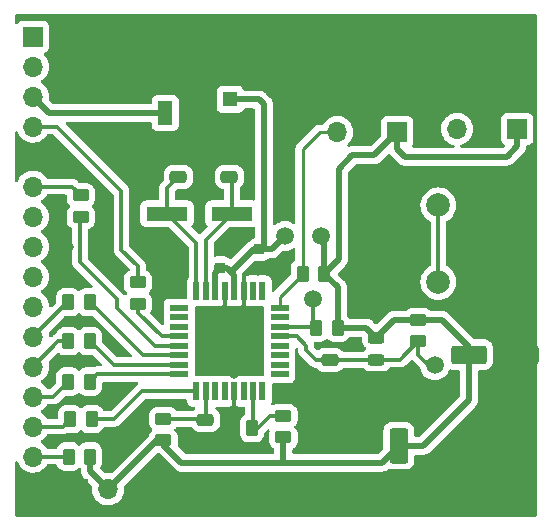
<source format=gtl>
G04 #@! TF.GenerationSoftware,KiCad,Pcbnew,(6.0.9)*
G04 #@! TF.CreationDate,2022-12-23T15:26:11+01:00*
G04 #@! TF.ProjectId,mainboard,6d61696e-626f-4617-9264-2e6b69636164,rev?*
G04 #@! TF.SameCoordinates,Original*
G04 #@! TF.FileFunction,Copper,L1,Top*
G04 #@! TF.FilePolarity,Positive*
%FSLAX46Y46*%
G04 Gerber Fmt 4.6, Leading zero omitted, Abs format (unit mm)*
G04 Created by KiCad (PCBNEW (6.0.9)) date 2022-12-23 15:26:11*
%MOMM*%
%LPD*%
G01*
G04 APERTURE LIST*
G04 Aperture macros list*
%AMRoundRect*
0 Rectangle with rounded corners*
0 $1 Rounding radius*
0 $2 $3 $4 $5 $6 $7 $8 $9 X,Y pos of 4 corners*
0 Add a 4 corners polygon primitive as box body*
4,1,4,$2,$3,$4,$5,$6,$7,$8,$9,$2,$3,0*
0 Add four circle primitives for the rounded corners*
1,1,$1+$1,$2,$3*
1,1,$1+$1,$4,$5*
1,1,$1+$1,$6,$7*
1,1,$1+$1,$8,$9*
0 Add four rect primitives between the rounded corners*
20,1,$1+$1,$2,$3,$4,$5,0*
20,1,$1+$1,$4,$5,$6,$7,0*
20,1,$1+$1,$6,$7,$8,$9,0*
20,1,$1+$1,$8,$9,$2,$3,0*%
G04 Aperture macros list end*
G04 #@! TA.AperFunction,ComponentPad*
%ADD10C,2.000000*%
G04 #@! TD*
G04 #@! TA.AperFunction,SMDPad,CuDef*
%ADD11RoundRect,0.250000X0.262500X0.450000X-0.262500X0.450000X-0.262500X-0.450000X0.262500X-0.450000X0*%
G04 #@! TD*
G04 #@! TA.AperFunction,SMDPad,CuDef*
%ADD12RoundRect,0.250000X-0.262500X-0.450000X0.262500X-0.450000X0.262500X0.450000X-0.262500X0.450000X0*%
G04 #@! TD*
G04 #@! TA.AperFunction,SMDPad,CuDef*
%ADD13RoundRect,0.250000X-0.450000X0.262500X-0.450000X-0.262500X0.450000X-0.262500X0.450000X0.262500X0*%
G04 #@! TD*
G04 #@! TA.AperFunction,SMDPad,CuDef*
%ADD14RoundRect,0.243750X-0.456250X0.243750X-0.456250X-0.243750X0.456250X-0.243750X0.456250X0.243750X0*%
G04 #@! TD*
G04 #@! TA.AperFunction,SMDPad,CuDef*
%ADD15RoundRect,0.250000X0.475000X-0.250000X0.475000X0.250000X-0.475000X0.250000X-0.475000X-0.250000X0*%
G04 #@! TD*
G04 #@! TA.AperFunction,SMDPad,CuDef*
%ADD16RoundRect,0.250000X-0.475000X0.250000X-0.475000X-0.250000X0.475000X-0.250000X0.475000X0.250000X0*%
G04 #@! TD*
G04 #@! TA.AperFunction,SMDPad,CuDef*
%ADD17RoundRect,0.250000X0.450000X-0.262500X0.450000X0.262500X-0.450000X0.262500X-0.450000X-0.262500X0*%
G04 #@! TD*
G04 #@! TA.AperFunction,ComponentPad*
%ADD18C,5.400000*%
G04 #@! TD*
G04 #@! TA.AperFunction,SMDPad,CuDef*
%ADD19RoundRect,0.225000X-0.250000X0.225000X-0.250000X-0.225000X0.250000X-0.225000X0.250000X0.225000X0*%
G04 #@! TD*
G04 #@! TA.AperFunction,ComponentPad*
%ADD20R,1.700000X1.700000*%
G04 #@! TD*
G04 #@! TA.AperFunction,ComponentPad*
%ADD21O,1.700000X1.700000*%
G04 #@! TD*
G04 #@! TA.AperFunction,SMDPad,CuDef*
%ADD22RoundRect,0.250000X-0.550000X1.250000X-0.550000X-1.250000X0.550000X-1.250000X0.550000X1.250000X0*%
G04 #@! TD*
G04 #@! TA.AperFunction,SMDPad,CuDef*
%ADD23R,3.500000X1.200000*%
G04 #@! TD*
G04 #@! TA.AperFunction,SMDPad,CuDef*
%ADD24R,1.300000X1.300000*%
G04 #@! TD*
G04 #@! TA.AperFunction,SMDPad,CuDef*
%ADD25R,1.300000X2.000000*%
G04 #@! TD*
G04 #@! TA.AperFunction,SMDPad,CuDef*
%ADD26RoundRect,0.250000X-1.250000X-0.550000X1.250000X-0.550000X1.250000X0.550000X-1.250000X0.550000X0*%
G04 #@! TD*
G04 #@! TA.AperFunction,SMDPad,CuDef*
%ADD27RoundRect,0.225000X0.250000X-0.225000X0.250000X0.225000X-0.250000X0.225000X-0.250000X-0.225000X0*%
G04 #@! TD*
G04 #@! TA.AperFunction,SMDPad,CuDef*
%ADD28R,0.550000X1.600000*%
G04 #@! TD*
G04 #@! TA.AperFunction,SMDPad,CuDef*
%ADD29R,1.600000X0.550000*%
G04 #@! TD*
G04 #@! TA.AperFunction,ViaPad*
%ADD30C,0.800000*%
G04 #@! TD*
G04 #@! TA.AperFunction,ViaPad*
%ADD31C,1.500000*%
G04 #@! TD*
G04 #@! TA.AperFunction,Conductor*
%ADD32C,0.300000*%
G04 #@! TD*
G04 #@! TA.AperFunction,Conductor*
%ADD33C,0.500000*%
G04 #@! TD*
G04 #@! TA.AperFunction,Conductor*
%ADD34C,0.250000*%
G04 #@! TD*
G04 APERTURE END LIST*
D10*
X144943000Y-40692000D03*
X144943000Y-47192000D03*
X149443000Y-40692000D03*
X149443000Y-47192000D03*
D11*
X115593500Y-58801000D03*
X113768500Y-58801000D03*
D12*
X113618000Y-55626000D03*
X115443000Y-55626000D03*
X113618000Y-52197000D03*
X115443000Y-52197000D03*
X113618000Y-48895000D03*
X115443000Y-48895000D03*
D13*
X114681000Y-39854500D03*
X114681000Y-41679500D03*
X119507000Y-47220500D03*
X119507000Y-49045500D03*
X143256000Y-52220500D03*
X143256000Y-50395500D03*
D14*
X139700000Y-53769500D03*
X139700000Y-51894500D03*
D15*
X135763000Y-53787000D03*
X135763000Y-55687000D03*
D16*
X127254000Y-36388000D03*
X127254000Y-38288000D03*
D11*
X129182500Y-59563000D03*
X127357500Y-59563000D03*
D17*
X121666000Y-60602500D03*
X121666000Y-58777500D03*
D18*
X118110000Y-28448000D03*
D19*
X129794000Y-44437000D03*
X129794000Y-45987000D03*
D11*
X135278500Y-46482000D03*
X133453500Y-46482000D03*
X134596500Y-51054000D03*
X136421500Y-51054000D03*
D16*
X125222000Y-58867000D03*
X125222000Y-60767000D03*
D20*
X114447000Y-64745000D03*
D21*
X116987000Y-64745000D03*
D11*
X115466500Y-61976000D03*
X113641500Y-61976000D03*
D22*
X141605000Y-61046000D03*
X141605000Y-65446000D03*
D23*
X121964000Y-41402000D03*
X127464000Y-41402000D03*
D17*
X131826000Y-58523500D03*
X131826000Y-60348500D03*
D24*
X127337000Y-31743000D03*
D25*
X121837000Y-32893000D03*
D24*
X127337000Y-34043000D03*
D20*
X151623000Y-34245000D03*
D21*
X149083000Y-34245000D03*
X146543000Y-34245000D03*
D16*
X122936000Y-36388000D03*
X122936000Y-38288000D03*
D26*
X147533000Y-53340000D03*
X151933000Y-53340000D03*
D18*
X149987000Y-62230000D03*
D20*
X110617000Y-26416000D03*
D21*
X110617000Y-28956000D03*
X110617000Y-31496000D03*
X110617000Y-34036000D03*
X110617000Y-36576000D03*
X110617000Y-39116000D03*
X110617000Y-41656000D03*
X110617000Y-44196000D03*
X110617000Y-46736000D03*
X110617000Y-49276000D03*
X110617000Y-51816000D03*
X110617000Y-54356000D03*
X110617000Y-56896000D03*
X110617000Y-59436000D03*
X110617000Y-61976000D03*
X110617000Y-64516000D03*
D27*
X126492000Y-45987000D03*
X126492000Y-44437000D03*
D28*
X130054000Y-47947000D03*
X129254000Y-47947000D03*
X128454000Y-47947000D03*
X127654000Y-47947000D03*
X126854000Y-47947000D03*
X126054000Y-47947000D03*
X125254000Y-47947000D03*
X124454000Y-47947000D03*
D29*
X123004000Y-49397000D03*
X123004000Y-50197000D03*
X123004000Y-50997000D03*
X123004000Y-51797000D03*
X123004000Y-52597000D03*
X123004000Y-53397000D03*
X123004000Y-54197000D03*
X123004000Y-54997000D03*
D28*
X124454000Y-56447000D03*
X125254000Y-56447000D03*
X126054000Y-56447000D03*
X126854000Y-56447000D03*
X127654000Y-56447000D03*
X128454000Y-56447000D03*
X129254000Y-56447000D03*
X130054000Y-56447000D03*
D29*
X131504000Y-54997000D03*
X131504000Y-54197000D03*
X131504000Y-53397000D03*
X131504000Y-52597000D03*
X131504000Y-51797000D03*
X131504000Y-50997000D03*
X131504000Y-50197000D03*
X131504000Y-49397000D03*
D20*
X141463000Y-34499000D03*
D21*
X138923000Y-34499000D03*
X136383000Y-34499000D03*
D30*
X137541000Y-52578000D03*
X126619000Y-61087000D03*
D31*
X144653000Y-54229000D03*
D30*
X127889000Y-44196000D03*
X131826000Y-45339000D03*
D31*
X135001000Y-43307000D03*
X131953000Y-43307000D03*
X134366000Y-48641000D03*
D30*
X138049000Y-43688000D03*
X140081000Y-58293000D03*
X119253000Y-59436000D03*
X114681000Y-53848000D03*
X117348000Y-56515000D03*
X117602000Y-52578000D03*
X113665000Y-44196000D03*
D32*
X119507000Y-49784000D02*
X119507000Y-49045500D01*
X121520000Y-51797000D02*
X119507000Y-49784000D01*
X123004000Y-51797000D02*
X121520000Y-51797000D01*
D33*
X121129500Y-60602500D02*
X121666000Y-60602500D01*
X116987000Y-64745000D02*
X121129500Y-60602500D01*
X115466500Y-63224500D02*
X116987000Y-64745000D01*
X115466500Y-61976000D02*
X115466500Y-63224500D01*
D32*
X110617000Y-61976000D02*
X113641500Y-61976000D01*
X144145000Y-54229000D02*
X144653000Y-54229000D01*
X143764000Y-53848000D02*
X144145000Y-54229000D01*
X143256000Y-52220500D02*
X143256000Y-53340000D01*
X143256000Y-53340000D02*
X143764000Y-53848000D01*
D33*
X130823000Y-44437000D02*
X129794000Y-44437000D01*
X131953000Y-43307000D02*
X130823000Y-44437000D01*
X135278500Y-43584500D02*
X135001000Y-43307000D01*
X135278500Y-46482000D02*
X135278500Y-43584500D01*
X135278500Y-46482000D02*
X136421500Y-47625000D01*
X136421500Y-47625000D02*
X136421500Y-51054000D01*
D32*
X134366000Y-50823500D02*
X134596500Y-51054000D01*
X134366000Y-48641000D02*
X134366000Y-50823500D01*
D33*
X136421500Y-51054000D02*
X138859500Y-51054000D01*
X138859500Y-51054000D02*
X139700000Y-51894500D01*
X141199000Y-50395500D02*
X139700000Y-51894500D01*
X143256000Y-50395500D02*
X141199000Y-50395500D01*
X145264500Y-50395500D02*
X143256000Y-50395500D01*
X147533000Y-52664000D02*
X145264500Y-50395500D01*
X147533000Y-53340000D02*
X147533000Y-52664000D01*
D32*
X141707000Y-53769500D02*
X143256000Y-52220500D01*
X139700000Y-53769500D02*
X141707000Y-53769500D01*
X139682500Y-53787000D02*
X139700000Y-53769500D01*
X135763000Y-53787000D02*
X139682500Y-53787000D01*
X119945000Y-53397000D02*
X123004000Y-53397000D01*
X115443000Y-48895000D02*
X119945000Y-53397000D01*
X127464000Y-38498000D02*
X127464000Y-41402000D01*
X127254000Y-38288000D02*
X127464000Y-38498000D01*
X121964000Y-39260000D02*
X121964000Y-41402000D01*
X122936000Y-38288000D02*
X121964000Y-39260000D01*
X124454000Y-43892000D02*
X121964000Y-41402000D01*
X124454000Y-47947000D02*
X124454000Y-43892000D01*
X125254000Y-47947000D02*
X125254000Y-43612000D01*
X125254000Y-43612000D02*
X127464000Y-41402000D01*
X127654000Y-59266500D02*
X127654000Y-56447000D01*
X127357500Y-59563000D02*
X127654000Y-59266500D01*
X129254000Y-59491500D02*
X129182500Y-59563000D01*
X129254000Y-56447000D02*
X129254000Y-59491500D01*
X130706500Y-58523500D02*
X131826000Y-58523500D01*
X129667000Y-59563000D02*
X130706500Y-58523500D01*
X129182500Y-59563000D02*
X129667000Y-59563000D01*
D33*
X131826000Y-60348500D02*
X131826000Y-62357000D01*
X131826000Y-62357000D02*
X131953000Y-62484000D01*
X131953000Y-62484000D02*
X140167000Y-62484000D01*
X130810000Y-62484000D02*
X131953000Y-62484000D01*
X123190000Y-62484000D02*
X130810000Y-62484000D01*
X140167000Y-62484000D02*
X141605000Y-61046000D01*
X121666000Y-60960000D02*
X123190000Y-62484000D01*
X121666000Y-60602500D02*
X121666000Y-60960000D01*
D32*
X129019000Y-45987000D02*
X129794000Y-45987000D01*
X128454000Y-46552000D02*
X129019000Y-45987000D01*
X128454000Y-47947000D02*
X128454000Y-46552000D01*
X127127000Y-49657000D02*
X128143000Y-49657000D01*
X126854000Y-49384000D02*
X127127000Y-49657000D01*
X126854000Y-47947000D02*
X126854000Y-49384000D01*
X128143000Y-49657000D02*
X128454000Y-49346000D01*
X128454000Y-49346000D02*
X128454000Y-47947000D01*
D33*
X129299000Y-44437000D02*
X127381000Y-46355000D01*
X129794000Y-44437000D02*
X129299000Y-44437000D01*
X127381000Y-46355000D02*
X127013000Y-45987000D01*
X127654000Y-46628000D02*
X127381000Y-46355000D01*
X127013000Y-45987000D02*
X126492000Y-45987000D01*
X127654000Y-47947000D02*
X127654000Y-46628000D01*
X126054000Y-46425000D02*
X126492000Y-45987000D01*
X126054000Y-47947000D02*
X126054000Y-46425000D01*
D32*
X119507000Y-45847000D02*
X119507000Y-47220500D01*
X118110000Y-39497000D02*
X118110000Y-44450000D01*
X118110000Y-44450000D02*
X119507000Y-45847000D01*
X112649000Y-34036000D02*
X118110000Y-39497000D01*
X110617000Y-34036000D02*
X112649000Y-34036000D01*
X114605500Y-45517500D02*
X117729000Y-48641000D01*
X117729000Y-49403000D02*
X120923000Y-52597000D01*
X114605500Y-41755000D02*
X114605500Y-45517500D01*
X117729000Y-48641000D02*
X117729000Y-49403000D01*
X120923000Y-52597000D02*
X123004000Y-52597000D01*
X114681000Y-41679500D02*
X114605500Y-41755000D01*
X113942500Y-39116000D02*
X114681000Y-39854500D01*
X110617000Y-39116000D02*
X113942500Y-39116000D01*
X117443000Y-54197000D02*
X123004000Y-54197000D01*
X115443000Y-52197000D02*
X117443000Y-54197000D01*
X116072000Y-54997000D02*
X123004000Y-54997000D01*
X115443000Y-55626000D02*
X116072000Y-54997000D01*
X117475000Y-58801000D02*
X119829000Y-56447000D01*
X119829000Y-56447000D02*
X124454000Y-56447000D01*
X115593500Y-58801000D02*
X117475000Y-58801000D01*
D33*
X141463000Y-35926000D02*
X141463000Y-34499000D01*
X150749000Y-36576000D02*
X142113000Y-36576000D01*
X151623000Y-35702000D02*
X150749000Y-36576000D01*
X142113000Y-36576000D02*
X141463000Y-35926000D01*
X151623000Y-34245000D02*
X151623000Y-35702000D01*
X136525000Y-37592000D02*
X137668000Y-36449000D01*
X136525000Y-45235500D02*
X136525000Y-37592000D01*
X135278500Y-46482000D02*
X136525000Y-45235500D01*
X137668000Y-36449000D02*
X139513000Y-36449000D01*
X139513000Y-36449000D02*
X141463000Y-34499000D01*
X130175000Y-32131000D02*
X130175000Y-44056000D01*
X130175000Y-44056000D02*
X129794000Y-44437000D01*
X129787000Y-31743000D02*
X130175000Y-32131000D01*
X127337000Y-31743000D02*
X129787000Y-31743000D01*
X112014000Y-32893000D02*
X110617000Y-31496000D01*
X121837000Y-32893000D02*
X112014000Y-32893000D01*
D34*
X133477000Y-35941000D02*
X134919000Y-34499000D01*
X133477000Y-46458500D02*
X133477000Y-35941000D01*
X134919000Y-34499000D02*
X136383000Y-34499000D01*
X133453500Y-46482000D02*
X133477000Y-46458500D01*
X131504000Y-48431500D02*
X133453500Y-46482000D01*
X131504000Y-49397000D02*
X131504000Y-48431500D01*
D32*
X144943000Y-47192000D02*
X144943000Y-40692000D01*
X134539500Y-50997000D02*
X134596500Y-51054000D01*
X131504000Y-50997000D02*
X134539500Y-50997000D01*
X133731000Y-52959000D02*
X134559000Y-53787000D01*
X131504000Y-51797000D02*
X132950000Y-51797000D01*
X132950000Y-51797000D02*
X133731000Y-52578000D01*
X133731000Y-52578000D02*
X133731000Y-52959000D01*
X134559000Y-53787000D02*
X135763000Y-53787000D01*
D33*
X147533000Y-57191000D02*
X147533000Y-53340000D01*
X143678000Y-61046000D02*
X147533000Y-57191000D01*
X141605000Y-61046000D02*
X143678000Y-61046000D01*
D32*
X125254000Y-58835000D02*
X125222000Y-58867000D01*
X125254000Y-56447000D02*
X125254000Y-58835000D01*
X125132500Y-58777500D02*
X125222000Y-58867000D01*
X121666000Y-58777500D02*
X125132500Y-58777500D01*
X113133500Y-59436000D02*
X113768500Y-58801000D01*
X110617000Y-59436000D02*
X113133500Y-59436000D01*
X110617000Y-56896000D02*
X112348000Y-56896000D01*
X112348000Y-56896000D02*
X113618000Y-55626000D01*
X112776000Y-52197000D02*
X113618000Y-52197000D01*
X110617000Y-54356000D02*
X112776000Y-52197000D01*
X113538000Y-48895000D02*
X113618000Y-48895000D01*
X110617000Y-51816000D02*
X113538000Y-48895000D01*
G04 #@! TA.AperFunction,Conductor*
G36*
X153230621Y-24531502D02*
G01*
X153277114Y-24585158D01*
X153288500Y-24637500D01*
X153288500Y-66929500D01*
X153268498Y-66997621D01*
X153214842Y-67044114D01*
X153162500Y-67055500D01*
X109219500Y-67055500D01*
X109151379Y-67035498D01*
X109104886Y-66981842D01*
X109093500Y-66929500D01*
X109093500Y-62480349D01*
X109113502Y-62412228D01*
X109167158Y-62365735D01*
X109237432Y-62355631D01*
X109302012Y-62385125D01*
X109336243Y-62432945D01*
X109400266Y-62590616D01*
X109402965Y-62595020D01*
X109500981Y-62754968D01*
X109516987Y-62781088D01*
X109663250Y-62949938D01*
X109835126Y-63092632D01*
X110028000Y-63205338D01*
X110032825Y-63207180D01*
X110032826Y-63207181D01*
X110089265Y-63228733D01*
X110236692Y-63285030D01*
X110241760Y-63286061D01*
X110241763Y-63286062D01*
X110317064Y-63301382D01*
X110455597Y-63329567D01*
X110460772Y-63329757D01*
X110460774Y-63329757D01*
X110673673Y-63337564D01*
X110673677Y-63337564D01*
X110678837Y-63337753D01*
X110683957Y-63337097D01*
X110683959Y-63337097D01*
X110895288Y-63310025D01*
X110895289Y-63310025D01*
X110900416Y-63309368D01*
X110927035Y-63301382D01*
X111109429Y-63246661D01*
X111109434Y-63246659D01*
X111114384Y-63245174D01*
X111314994Y-63146896D01*
X111496860Y-63017173D01*
X111502965Y-63011090D01*
X111605597Y-62908815D01*
X111655096Y-62859489D01*
X111685574Y-62817075D01*
X111779060Y-62686974D01*
X111835055Y-62643326D01*
X111881383Y-62634500D01*
X112558143Y-62634500D01*
X112626264Y-62654502D01*
X112672757Y-62708158D01*
X112677666Y-62720622D01*
X112685130Y-62742995D01*
X112685133Y-62743002D01*
X112687450Y-62749946D01*
X112780522Y-62900348D01*
X112905697Y-63025305D01*
X112911927Y-63029145D01*
X112911928Y-63029146D01*
X113049090Y-63113694D01*
X113056262Y-63118115D01*
X113133978Y-63143892D01*
X113217611Y-63171632D01*
X113217613Y-63171632D01*
X113224139Y-63173797D01*
X113230975Y-63174497D01*
X113230978Y-63174498D01*
X113268586Y-63178351D01*
X113328600Y-63184500D01*
X113954400Y-63184500D01*
X113957646Y-63184163D01*
X113957650Y-63184163D01*
X114053308Y-63174238D01*
X114053312Y-63174237D01*
X114060166Y-63173526D01*
X114066702Y-63171345D01*
X114066704Y-63171345D01*
X114207213Y-63124467D01*
X114227946Y-63117550D01*
X114378348Y-63024478D01*
X114464784Y-62937891D01*
X114527066Y-62903812D01*
X114597886Y-62908815D01*
X114642975Y-62937736D01*
X114651285Y-62946031D01*
X114671018Y-62965730D01*
X114705097Y-63028012D01*
X114708000Y-63054903D01*
X114708000Y-63157430D01*
X114706567Y-63176380D01*
X114705332Y-63184500D01*
X114703301Y-63197849D01*
X114703894Y-63205141D01*
X114703894Y-63205144D01*
X114707585Y-63250518D01*
X114708000Y-63260733D01*
X114708000Y-63268793D01*
X114708425Y-63272437D01*
X114711289Y-63297007D01*
X114711722Y-63301382D01*
X114716942Y-63365551D01*
X114717640Y-63374137D01*
X114719896Y-63381101D01*
X114721087Y-63387060D01*
X114722471Y-63392915D01*
X114723318Y-63400181D01*
X114748235Y-63468827D01*
X114749652Y-63472955D01*
X114772149Y-63542399D01*
X114775945Y-63548654D01*
X114778451Y-63554128D01*
X114781170Y-63559558D01*
X114783667Y-63566437D01*
X114787680Y-63572557D01*
X114787680Y-63572558D01*
X114823686Y-63627476D01*
X114826023Y-63631180D01*
X114863905Y-63693607D01*
X114867621Y-63697815D01*
X114867622Y-63697816D01*
X114871303Y-63701984D01*
X114871276Y-63702008D01*
X114873929Y-63705000D01*
X114876632Y-63708233D01*
X114880644Y-63714352D01*
X114885956Y-63719384D01*
X114936883Y-63767628D01*
X114939325Y-63770006D01*
X115606449Y-64437130D01*
X115640475Y-64499442D01*
X115642641Y-64539613D01*
X115624251Y-64711695D01*
X115624548Y-64716848D01*
X115624548Y-64716851D01*
X115630011Y-64811590D01*
X115637110Y-64934715D01*
X115638247Y-64939761D01*
X115638248Y-64939767D01*
X115658119Y-65027939D01*
X115686222Y-65152639D01*
X115770266Y-65359616D01*
X115886987Y-65550088D01*
X116033250Y-65718938D01*
X116205126Y-65861632D01*
X116398000Y-65974338D01*
X116606692Y-66054030D01*
X116611760Y-66055061D01*
X116611763Y-66055062D01*
X116719017Y-66076883D01*
X116825597Y-66098567D01*
X116830772Y-66098757D01*
X116830774Y-66098757D01*
X117043673Y-66106564D01*
X117043677Y-66106564D01*
X117048837Y-66106753D01*
X117053957Y-66106097D01*
X117053959Y-66106097D01*
X117265288Y-66079025D01*
X117265289Y-66079025D01*
X117270416Y-66078368D01*
X117275366Y-66076883D01*
X117479429Y-66015661D01*
X117479434Y-66015659D01*
X117484384Y-66014174D01*
X117684994Y-65915896D01*
X117866860Y-65786173D01*
X118025096Y-65628489D01*
X118084594Y-65545689D01*
X118152435Y-65451277D01*
X118155453Y-65447077D01*
X118254430Y-65246811D01*
X118319370Y-65033069D01*
X118348529Y-64811590D01*
X118350156Y-64745000D01*
X118332870Y-64534747D01*
X118347223Y-64465219D01*
X118369351Y-64435330D01*
X121129905Y-61674776D01*
X121192217Y-61640750D01*
X121263032Y-61645815D01*
X121308095Y-61674776D01*
X122606230Y-62972911D01*
X122618616Y-62987323D01*
X122627149Y-62998918D01*
X122627154Y-62998923D01*
X122631492Y-63004818D01*
X122637070Y-63009557D01*
X122637073Y-63009560D01*
X122671768Y-63039035D01*
X122679284Y-63045965D01*
X122684979Y-63051660D01*
X122687861Y-63053940D01*
X122707251Y-63069281D01*
X122710655Y-63072072D01*
X122760331Y-63114275D01*
X122766285Y-63119333D01*
X122772801Y-63122661D01*
X122777838Y-63126020D01*
X122782977Y-63129194D01*
X122788716Y-63133734D01*
X122795349Y-63136834D01*
X122854837Y-63164636D01*
X122858791Y-63166569D01*
X122923808Y-63199769D01*
X122930924Y-63201510D01*
X122936554Y-63203604D01*
X122942321Y-63205523D01*
X122948950Y-63208621D01*
X122956110Y-63210110D01*
X122956112Y-63210111D01*
X123020396Y-63223482D01*
X123024680Y-63224452D01*
X123095610Y-63241808D01*
X123101212Y-63242156D01*
X123101215Y-63242156D01*
X123106764Y-63242500D01*
X123106762Y-63242536D01*
X123110752Y-63242775D01*
X123114950Y-63243150D01*
X123122115Y-63244640D01*
X123199520Y-63242546D01*
X123202928Y-63242500D01*
X131865059Y-63242500D01*
X131876260Y-63242999D01*
X131877950Y-63243150D01*
X131885115Y-63244640D01*
X131962520Y-63242546D01*
X131965928Y-63242500D01*
X140099930Y-63242500D01*
X140118880Y-63243933D01*
X140133115Y-63246099D01*
X140133119Y-63246099D01*
X140140349Y-63247199D01*
X140147641Y-63246606D01*
X140147644Y-63246606D01*
X140193018Y-63242915D01*
X140203233Y-63242500D01*
X140211293Y-63242500D01*
X140228680Y-63240473D01*
X140239507Y-63239211D01*
X140243882Y-63238778D01*
X140309339Y-63233454D01*
X140309342Y-63233453D01*
X140316637Y-63232860D01*
X140323601Y-63230604D01*
X140329560Y-63229413D01*
X140335415Y-63228029D01*
X140342681Y-63227182D01*
X140411327Y-63202265D01*
X140415455Y-63200848D01*
X140477936Y-63180607D01*
X140477938Y-63180606D01*
X140484899Y-63178351D01*
X140491154Y-63174555D01*
X140496628Y-63172049D01*
X140502058Y-63169330D01*
X140508937Y-63166833D01*
X140569976Y-63126814D01*
X140573680Y-63124477D01*
X140636107Y-63086595D01*
X140644484Y-63079197D01*
X140644508Y-63079224D01*
X140647500Y-63076571D01*
X140650733Y-63073868D01*
X140656852Y-63069856D01*
X140671718Y-63054163D01*
X140678706Y-63046787D01*
X140740076Y-63011090D01*
X140809845Y-63013848D01*
X140893611Y-63041632D01*
X140893613Y-63041632D01*
X140900139Y-63043797D01*
X140906975Y-63044497D01*
X140906978Y-63044498D01*
X140950031Y-63048909D01*
X141004600Y-63054500D01*
X142205400Y-63054500D01*
X142208646Y-63054163D01*
X142208650Y-63054163D01*
X142304308Y-63044238D01*
X142304312Y-63044237D01*
X142311166Y-63043526D01*
X142317702Y-63041345D01*
X142317704Y-63041345D01*
X142471998Y-62989868D01*
X142478946Y-62987550D01*
X142629348Y-62894478D01*
X142754305Y-62769303D01*
X142784313Y-62720622D01*
X142843275Y-62624968D01*
X142843276Y-62624966D01*
X142847115Y-62618738D01*
X142893016Y-62480349D01*
X142900632Y-62457389D01*
X142900632Y-62457387D01*
X142902797Y-62450861D01*
X142913500Y-62346400D01*
X142913500Y-61930500D01*
X142933502Y-61862379D01*
X142987158Y-61815886D01*
X143039500Y-61804500D01*
X143610930Y-61804500D01*
X143629880Y-61805933D01*
X143644115Y-61808099D01*
X143644119Y-61808099D01*
X143651349Y-61809199D01*
X143658641Y-61808606D01*
X143658644Y-61808606D01*
X143704018Y-61804915D01*
X143714233Y-61804500D01*
X143722293Y-61804500D01*
X143735583Y-61802951D01*
X143750507Y-61801211D01*
X143754882Y-61800778D01*
X143820339Y-61795454D01*
X143820342Y-61795453D01*
X143827637Y-61794860D01*
X143834601Y-61792604D01*
X143840560Y-61791413D01*
X143846415Y-61790029D01*
X143853681Y-61789182D01*
X143922327Y-61764265D01*
X143926455Y-61762848D01*
X143988936Y-61742607D01*
X143988938Y-61742606D01*
X143995899Y-61740351D01*
X144002154Y-61736555D01*
X144007628Y-61734049D01*
X144013058Y-61731330D01*
X144019937Y-61728833D01*
X144042387Y-61714114D01*
X144080976Y-61688814D01*
X144084680Y-61686477D01*
X144147107Y-61648595D01*
X144155484Y-61641197D01*
X144155508Y-61641224D01*
X144158500Y-61638571D01*
X144161733Y-61635868D01*
X144167852Y-61631856D01*
X144221128Y-61575617D01*
X144223506Y-61573175D01*
X148021911Y-57774770D01*
X148036323Y-57762384D01*
X148047918Y-57753851D01*
X148047923Y-57753846D01*
X148053818Y-57749508D01*
X148058557Y-57743930D01*
X148058560Y-57743927D01*
X148088035Y-57709232D01*
X148094965Y-57701716D01*
X148100660Y-57696021D01*
X148118281Y-57673749D01*
X148121072Y-57670345D01*
X148163591Y-57620297D01*
X148163592Y-57620295D01*
X148168333Y-57614715D01*
X148171661Y-57608199D01*
X148175028Y-57603150D01*
X148178195Y-57598021D01*
X148182734Y-57592284D01*
X148213655Y-57526125D01*
X148215561Y-57522225D01*
X148215740Y-57521874D01*
X148248769Y-57457192D01*
X148250508Y-57450084D01*
X148252607Y-57444441D01*
X148254524Y-57438678D01*
X148257622Y-57432050D01*
X148272487Y-57360583D01*
X148273457Y-57356299D01*
X148274278Y-57352945D01*
X148290808Y-57285390D01*
X148291414Y-57275631D01*
X148291500Y-57274236D01*
X148291536Y-57274238D01*
X148291775Y-57270245D01*
X148292149Y-57266053D01*
X148293640Y-57258885D01*
X148291546Y-57181479D01*
X148291500Y-57178072D01*
X148291500Y-54774500D01*
X148311502Y-54706379D01*
X148365158Y-54659886D01*
X148417500Y-54648500D01*
X148833400Y-54648500D01*
X148836646Y-54648163D01*
X148836650Y-54648163D01*
X148932308Y-54638238D01*
X148932312Y-54638237D01*
X148939166Y-54637526D01*
X148945702Y-54635345D01*
X148945704Y-54635345D01*
X149099998Y-54583868D01*
X149106946Y-54581550D01*
X149257348Y-54488478D01*
X149317248Y-54428474D01*
X149377134Y-54368483D01*
X149382305Y-54363303D01*
X149389624Y-54351430D01*
X149471275Y-54218968D01*
X149471276Y-54218966D01*
X149475115Y-54212738D01*
X149530797Y-54044861D01*
X149541500Y-53940400D01*
X149541500Y-52739600D01*
X149540827Y-52733113D01*
X149531238Y-52640692D01*
X149531237Y-52640688D01*
X149530526Y-52633834D01*
X149527576Y-52624990D01*
X149476868Y-52473002D01*
X149474550Y-52466054D01*
X149381478Y-52315652D01*
X149338697Y-52272945D01*
X149264040Y-52198419D01*
X149256303Y-52190695D01*
X149247087Y-52185014D01*
X149111968Y-52101725D01*
X149111966Y-52101724D01*
X149105738Y-52097885D01*
X149025995Y-52071436D01*
X148944389Y-52044368D01*
X148944387Y-52044368D01*
X148937861Y-52042203D01*
X148931025Y-52041503D01*
X148931022Y-52041502D01*
X148887969Y-52037091D01*
X148833400Y-52031500D01*
X148025371Y-52031500D01*
X147957250Y-52011498D01*
X147936276Y-51994595D01*
X145848270Y-49906589D01*
X145835884Y-49892177D01*
X145827351Y-49880582D01*
X145827346Y-49880577D01*
X145823008Y-49874682D01*
X145817430Y-49869943D01*
X145817427Y-49869940D01*
X145782732Y-49840465D01*
X145775216Y-49833535D01*
X145769521Y-49827840D01*
X145758787Y-49819348D01*
X145747249Y-49810219D01*
X145743845Y-49807428D01*
X145693797Y-49764909D01*
X145693795Y-49764908D01*
X145688215Y-49760167D01*
X145681699Y-49756839D01*
X145676650Y-49753472D01*
X145671521Y-49750305D01*
X145665784Y-49745766D01*
X145599625Y-49714845D01*
X145595725Y-49712939D01*
X145530692Y-49679731D01*
X145523584Y-49677992D01*
X145517941Y-49675893D01*
X145512178Y-49673976D01*
X145505550Y-49670878D01*
X145434083Y-49656013D01*
X145429799Y-49655043D01*
X145395458Y-49646640D01*
X145358890Y-49637692D01*
X145353288Y-49637344D01*
X145353285Y-49637344D01*
X145347736Y-49637000D01*
X145347738Y-49636964D01*
X145343745Y-49636725D01*
X145339553Y-49636351D01*
X145332385Y-49634860D01*
X145268620Y-49636585D01*
X145254979Y-49636954D01*
X145251572Y-49637000D01*
X144334915Y-49637000D01*
X144266794Y-49616998D01*
X144245897Y-49600173D01*
X144184483Y-49538866D01*
X144179303Y-49533695D01*
X144041136Y-49448527D01*
X144034968Y-49444725D01*
X144034966Y-49444724D01*
X144028738Y-49440885D01*
X143945698Y-49413342D01*
X143867389Y-49387368D01*
X143867387Y-49387368D01*
X143860861Y-49385203D01*
X143854025Y-49384503D01*
X143854022Y-49384502D01*
X143810969Y-49380091D01*
X143756400Y-49374500D01*
X142755600Y-49374500D01*
X142752354Y-49374837D01*
X142752350Y-49374837D01*
X142656692Y-49384762D01*
X142656688Y-49384763D01*
X142649834Y-49385474D01*
X142643298Y-49387655D01*
X142643296Y-49387655D01*
X142511194Y-49431728D01*
X142482054Y-49441450D01*
X142331652Y-49534522D01*
X142326479Y-49539704D01*
X142266270Y-49600018D01*
X142203987Y-49634097D01*
X142177097Y-49637000D01*
X141266069Y-49637000D01*
X141247121Y-49635567D01*
X141237457Y-49634097D01*
X141232883Y-49633401D01*
X141232881Y-49633401D01*
X141225651Y-49632301D01*
X141218359Y-49632894D01*
X141218356Y-49632894D01*
X141172982Y-49636585D01*
X141162767Y-49637000D01*
X141154707Y-49637000D01*
X141141417Y-49638549D01*
X141126493Y-49640289D01*
X141122118Y-49640722D01*
X141056661Y-49646046D01*
X141056658Y-49646047D01*
X141049363Y-49646640D01*
X141042399Y-49648896D01*
X141036440Y-49650087D01*
X141030585Y-49651471D01*
X141023319Y-49652318D01*
X140954673Y-49677235D01*
X140950545Y-49678652D01*
X140888064Y-49698893D01*
X140888062Y-49698894D01*
X140881101Y-49701149D01*
X140874846Y-49704945D01*
X140869372Y-49707451D01*
X140863942Y-49710170D01*
X140857063Y-49712667D01*
X140850943Y-49716680D01*
X140850942Y-49716680D01*
X140796024Y-49752686D01*
X140792320Y-49755023D01*
X140729893Y-49792905D01*
X140721516Y-49800303D01*
X140721492Y-49800276D01*
X140718500Y-49802929D01*
X140715267Y-49805632D01*
X140709148Y-49809644D01*
X140679951Y-49840465D01*
X140655872Y-49865883D01*
X140653494Y-49868325D01*
X139789095Y-50732724D01*
X139726783Y-50766750D01*
X139655968Y-50761685D01*
X139610905Y-50732724D01*
X139443270Y-50565089D01*
X139430884Y-50550677D01*
X139422351Y-50539082D01*
X139422346Y-50539077D01*
X139418008Y-50533182D01*
X139412430Y-50528443D01*
X139412427Y-50528440D01*
X139377732Y-50498965D01*
X139370216Y-50492035D01*
X139364521Y-50486340D01*
X139358380Y-50481482D01*
X139342249Y-50468719D01*
X139338845Y-50465928D01*
X139288797Y-50423409D01*
X139288795Y-50423408D01*
X139283215Y-50418667D01*
X139276699Y-50415339D01*
X139271650Y-50411972D01*
X139266521Y-50408805D01*
X139260784Y-50404266D01*
X139194625Y-50373345D01*
X139190725Y-50371439D01*
X139125692Y-50338231D01*
X139118584Y-50336492D01*
X139112941Y-50334393D01*
X139107178Y-50332476D01*
X139100550Y-50329378D01*
X139029083Y-50314513D01*
X139024799Y-50313543D01*
X138953890Y-50296192D01*
X138948288Y-50295844D01*
X138948285Y-50295844D01*
X138942736Y-50295500D01*
X138942738Y-50295464D01*
X138938745Y-50295225D01*
X138934553Y-50294851D01*
X138927385Y-50293360D01*
X138861175Y-50295151D01*
X138849979Y-50295454D01*
X138846572Y-50295500D01*
X137455311Y-50295500D01*
X137387190Y-50275498D01*
X137348167Y-50235804D01*
X137329239Y-50205217D01*
X137282478Y-50129652D01*
X137216982Y-50064269D01*
X137182903Y-50001987D01*
X137180000Y-49975097D01*
X137180000Y-47692070D01*
X137181433Y-47673120D01*
X137183599Y-47658885D01*
X137183599Y-47658881D01*
X137184699Y-47651651D01*
X137183684Y-47639166D01*
X137180415Y-47598982D01*
X137180000Y-47588767D01*
X137180000Y-47580707D01*
X137176711Y-47552493D01*
X137176278Y-47548118D01*
X137170954Y-47482661D01*
X137170953Y-47482658D01*
X137170360Y-47475363D01*
X137168104Y-47468399D01*
X137166913Y-47462440D01*
X137165529Y-47456585D01*
X137164682Y-47449319D01*
X137139765Y-47380673D01*
X137138348Y-47376545D01*
X137118107Y-47314064D01*
X137118106Y-47314062D01*
X137115851Y-47307101D01*
X137112055Y-47300846D01*
X137109549Y-47295372D01*
X137106830Y-47289942D01*
X137104333Y-47283063D01*
X137064314Y-47222024D01*
X137061967Y-47218305D01*
X137046005Y-47192000D01*
X143429835Y-47192000D01*
X143448465Y-47428711D01*
X143449619Y-47433518D01*
X143449620Y-47433524D01*
X143473675Y-47533717D01*
X143503895Y-47659594D01*
X143505788Y-47664165D01*
X143505789Y-47664167D01*
X143584935Y-47855242D01*
X143594760Y-47878963D01*
X143597346Y-47883183D01*
X143716241Y-48077202D01*
X143716245Y-48077208D01*
X143718824Y-48081416D01*
X143873031Y-48261969D01*
X144053584Y-48416176D01*
X144057792Y-48418755D01*
X144057798Y-48418759D01*
X144251817Y-48537654D01*
X144256037Y-48540240D01*
X144260607Y-48542133D01*
X144260611Y-48542135D01*
X144466683Y-48627492D01*
X144475406Y-48631105D01*
X144516622Y-48641000D01*
X144701476Y-48685380D01*
X144701482Y-48685381D01*
X144706289Y-48686535D01*
X144943000Y-48705165D01*
X145179711Y-48686535D01*
X145184518Y-48685381D01*
X145184524Y-48685380D01*
X145369378Y-48641000D01*
X145410594Y-48631105D01*
X145419317Y-48627492D01*
X145625389Y-48542135D01*
X145625393Y-48542133D01*
X145629963Y-48540240D01*
X145634183Y-48537654D01*
X145828202Y-48418759D01*
X145828208Y-48418755D01*
X145832416Y-48416176D01*
X146012969Y-48261969D01*
X146167176Y-48081416D01*
X146169755Y-48077208D01*
X146169759Y-48077202D01*
X146288654Y-47883183D01*
X146291240Y-47878963D01*
X146301066Y-47855242D01*
X146380211Y-47664167D01*
X146380212Y-47664165D01*
X146382105Y-47659594D01*
X146412325Y-47533717D01*
X146436380Y-47433524D01*
X146436381Y-47433518D01*
X146437535Y-47428711D01*
X146456165Y-47192000D01*
X146437535Y-46955289D01*
X146434389Y-46942181D01*
X146398073Y-46790919D01*
X146382105Y-46724406D01*
X146373112Y-46702695D01*
X146293135Y-46509611D01*
X146293133Y-46509607D01*
X146291240Y-46505037D01*
X146250140Y-46437968D01*
X146169759Y-46306798D01*
X146169755Y-46306792D01*
X146167176Y-46302584D01*
X146033968Y-46146618D01*
X146016177Y-46125787D01*
X146012969Y-46122031D01*
X145832416Y-45967824D01*
X145828203Y-45965242D01*
X145828193Y-45965235D01*
X145661665Y-45863186D01*
X145614034Y-45810539D01*
X145601500Y-45755754D01*
X145601500Y-42128246D01*
X145621502Y-42060125D01*
X145661665Y-42020814D01*
X145828193Y-41918765D01*
X145828203Y-41918758D01*
X145832416Y-41916176D01*
X146012969Y-41761969D01*
X146167176Y-41581416D01*
X146169755Y-41577208D01*
X146169759Y-41577202D01*
X146288654Y-41383183D01*
X146291240Y-41378963D01*
X146295029Y-41369817D01*
X146380211Y-41164167D01*
X146380212Y-41164165D01*
X146382105Y-41159594D01*
X146417578Y-41011840D01*
X146436380Y-40933524D01*
X146436381Y-40933518D01*
X146437535Y-40928711D01*
X146456165Y-40692000D01*
X146437535Y-40455289D01*
X146435633Y-40447364D01*
X146383260Y-40229218D01*
X146382105Y-40224406D01*
X146355498Y-40160171D01*
X146293135Y-40009611D01*
X146293133Y-40009607D01*
X146291240Y-40005037D01*
X146237100Y-39916689D01*
X146169759Y-39806798D01*
X146169755Y-39806792D01*
X146167176Y-39802584D01*
X146012969Y-39622031D01*
X145832416Y-39467824D01*
X145828208Y-39465245D01*
X145828202Y-39465241D01*
X145634183Y-39346346D01*
X145629963Y-39343760D01*
X145625393Y-39341867D01*
X145625389Y-39341865D01*
X145415167Y-39254789D01*
X145415165Y-39254788D01*
X145410594Y-39252895D01*
X145320740Y-39231323D01*
X145184524Y-39198620D01*
X145184518Y-39198619D01*
X145179711Y-39197465D01*
X144943000Y-39178835D01*
X144706289Y-39197465D01*
X144701482Y-39198619D01*
X144701476Y-39198620D01*
X144565260Y-39231323D01*
X144475406Y-39252895D01*
X144470835Y-39254788D01*
X144470833Y-39254789D01*
X144260611Y-39341865D01*
X144260607Y-39341867D01*
X144256037Y-39343760D01*
X144251817Y-39346346D01*
X144057798Y-39465241D01*
X144057792Y-39465245D01*
X144053584Y-39467824D01*
X143873031Y-39622031D01*
X143718824Y-39802584D01*
X143716245Y-39806792D01*
X143716241Y-39806798D01*
X143648900Y-39916689D01*
X143594760Y-40005037D01*
X143592867Y-40009607D01*
X143592865Y-40009611D01*
X143530502Y-40160171D01*
X143503895Y-40224406D01*
X143502740Y-40229218D01*
X143450368Y-40447364D01*
X143448465Y-40455289D01*
X143429835Y-40692000D01*
X143448465Y-40928711D01*
X143449619Y-40933518D01*
X143449620Y-40933524D01*
X143468422Y-41011840D01*
X143503895Y-41159594D01*
X143505788Y-41164165D01*
X143505789Y-41164167D01*
X143590972Y-41369817D01*
X143594760Y-41378963D01*
X143597346Y-41383183D01*
X143716241Y-41577202D01*
X143716245Y-41577208D01*
X143718824Y-41581416D01*
X143873031Y-41761969D01*
X144053584Y-41916176D01*
X144057797Y-41918758D01*
X144057807Y-41918765D01*
X144224335Y-42020814D01*
X144271966Y-42073461D01*
X144284500Y-42128246D01*
X144284500Y-45755754D01*
X144264498Y-45823875D01*
X144224335Y-45863186D01*
X144057807Y-45965235D01*
X144057797Y-45965242D01*
X144053584Y-45967824D01*
X143873031Y-46122031D01*
X143869823Y-46125787D01*
X143852032Y-46146618D01*
X143718824Y-46302584D01*
X143716245Y-46306792D01*
X143716241Y-46306798D01*
X143635860Y-46437968D01*
X143594760Y-46505037D01*
X143592867Y-46509607D01*
X143592865Y-46509611D01*
X143512888Y-46702695D01*
X143503895Y-46724406D01*
X143487927Y-46790919D01*
X143451612Y-46942181D01*
X143448465Y-46955289D01*
X143429835Y-47192000D01*
X137046005Y-47192000D01*
X137024095Y-47155893D01*
X137016697Y-47147516D01*
X137016724Y-47147492D01*
X137014071Y-47144500D01*
X137011368Y-47141267D01*
X137007356Y-47135148D01*
X136951117Y-47081872D01*
X136948675Y-47079494D01*
X136440276Y-46571095D01*
X136406250Y-46508783D01*
X136411315Y-46437968D01*
X136440276Y-46392905D01*
X137013911Y-45819270D01*
X137028323Y-45806884D01*
X137039918Y-45798351D01*
X137039923Y-45798346D01*
X137045818Y-45794008D01*
X137050557Y-45788430D01*
X137050560Y-45788427D01*
X137080035Y-45753732D01*
X137086965Y-45746216D01*
X137092660Y-45740521D01*
X137100159Y-45731042D01*
X137110281Y-45718249D01*
X137113072Y-45714845D01*
X137155591Y-45664797D01*
X137155592Y-45664795D01*
X137160333Y-45659215D01*
X137163661Y-45652699D01*
X137167028Y-45647650D01*
X137170195Y-45642521D01*
X137174734Y-45636784D01*
X137205655Y-45570625D01*
X137207561Y-45566725D01*
X137240769Y-45501692D01*
X137242508Y-45494584D01*
X137244607Y-45488941D01*
X137246524Y-45483178D01*
X137249622Y-45476550D01*
X137251995Y-45465144D01*
X137264486Y-45405088D01*
X137265457Y-45400799D01*
X137267618Y-45391969D01*
X137282808Y-45329890D01*
X137283500Y-45318736D01*
X137283536Y-45318738D01*
X137283775Y-45314745D01*
X137284149Y-45310553D01*
X137285640Y-45303385D01*
X137283546Y-45225979D01*
X137283500Y-45222572D01*
X137283500Y-37958371D01*
X137303502Y-37890250D01*
X137320405Y-37869276D01*
X137945276Y-37244405D01*
X138007588Y-37210379D01*
X138034371Y-37207500D01*
X139445930Y-37207500D01*
X139464880Y-37208933D01*
X139479115Y-37211099D01*
X139479119Y-37211099D01*
X139486349Y-37212199D01*
X139493641Y-37211606D01*
X139493644Y-37211606D01*
X139539018Y-37207915D01*
X139549233Y-37207500D01*
X139557293Y-37207500D01*
X139570583Y-37205951D01*
X139585507Y-37204211D01*
X139589882Y-37203778D01*
X139655339Y-37198454D01*
X139655342Y-37198453D01*
X139662637Y-37197860D01*
X139669601Y-37195604D01*
X139675560Y-37194413D01*
X139681415Y-37193029D01*
X139688681Y-37192182D01*
X139757327Y-37167265D01*
X139761455Y-37165848D01*
X139823936Y-37145607D01*
X139823938Y-37145606D01*
X139830899Y-37143351D01*
X139837154Y-37139555D01*
X139842628Y-37137049D01*
X139848058Y-37134330D01*
X139854937Y-37131833D01*
X139896776Y-37104402D01*
X139915976Y-37091814D01*
X139919680Y-37089477D01*
X139982107Y-37051595D01*
X139990484Y-37044197D01*
X139990508Y-37044224D01*
X139993500Y-37041571D01*
X139996733Y-37038868D01*
X140002852Y-37034856D01*
X140056128Y-36978617D01*
X140058506Y-36976175D01*
X140663483Y-36371198D01*
X140725795Y-36337172D01*
X140796610Y-36342237D01*
X140853446Y-36384784D01*
X140854140Y-36385814D01*
X140854170Y-36385792D01*
X140857491Y-36390306D01*
X140860405Y-36395107D01*
X140864121Y-36399315D01*
X140864122Y-36399316D01*
X140867803Y-36403484D01*
X140867776Y-36403508D01*
X140870429Y-36406500D01*
X140873132Y-36409733D01*
X140877144Y-36415852D01*
X140882456Y-36420884D01*
X140933383Y-36469128D01*
X140935825Y-36471506D01*
X141529230Y-37064911D01*
X141541616Y-37079323D01*
X141550149Y-37090918D01*
X141550154Y-37090923D01*
X141554492Y-37096818D01*
X141560070Y-37101557D01*
X141560073Y-37101560D01*
X141594768Y-37131035D01*
X141602284Y-37137965D01*
X141607980Y-37143661D01*
X141610841Y-37145924D01*
X141610846Y-37145929D01*
X141630266Y-37161293D01*
X141633667Y-37164082D01*
X141689285Y-37211333D01*
X141695798Y-37214659D01*
X141700837Y-37218020D01*
X141705979Y-37221196D01*
X141711716Y-37225734D01*
X141777875Y-37256655D01*
X141781769Y-37258558D01*
X141846808Y-37291769D01*
X141853917Y-37293508D01*
X141859551Y-37295604D01*
X141865321Y-37297523D01*
X141871950Y-37300622D01*
X141879113Y-37302112D01*
X141879116Y-37302113D01*
X141929830Y-37312661D01*
X141943435Y-37315491D01*
X141947701Y-37316457D01*
X142018610Y-37333808D01*
X142024212Y-37334156D01*
X142024215Y-37334156D01*
X142029764Y-37334500D01*
X142029762Y-37334535D01*
X142033734Y-37334775D01*
X142037955Y-37335152D01*
X142045115Y-37336641D01*
X142122542Y-37334546D01*
X142125950Y-37334500D01*
X150681930Y-37334500D01*
X150700880Y-37335933D01*
X150715115Y-37338099D01*
X150715119Y-37338099D01*
X150722349Y-37339199D01*
X150729641Y-37338606D01*
X150729644Y-37338606D01*
X150775018Y-37334915D01*
X150785233Y-37334500D01*
X150793293Y-37334500D01*
X150810680Y-37332473D01*
X150821507Y-37331211D01*
X150825882Y-37330778D01*
X150891339Y-37325454D01*
X150891342Y-37325453D01*
X150898637Y-37324860D01*
X150905601Y-37322604D01*
X150911560Y-37321413D01*
X150917415Y-37320029D01*
X150924681Y-37319182D01*
X150993327Y-37294265D01*
X150997455Y-37292848D01*
X151059936Y-37272607D01*
X151059938Y-37272606D01*
X151066899Y-37270351D01*
X151073154Y-37266555D01*
X151078628Y-37264049D01*
X151084058Y-37261330D01*
X151090937Y-37258833D01*
X151112943Y-37244405D01*
X151151976Y-37218814D01*
X151155680Y-37216477D01*
X151218107Y-37178595D01*
X151226484Y-37171197D01*
X151226508Y-37171224D01*
X151229500Y-37168571D01*
X151232733Y-37165868D01*
X151238852Y-37161856D01*
X151292128Y-37105617D01*
X151294506Y-37103175D01*
X152111911Y-36285770D01*
X152126323Y-36273384D01*
X152137918Y-36264851D01*
X152137923Y-36264846D01*
X152143818Y-36260508D01*
X152148557Y-36254930D01*
X152148560Y-36254927D01*
X152178035Y-36220232D01*
X152184965Y-36212716D01*
X152190661Y-36207020D01*
X152192924Y-36204159D01*
X152192929Y-36204154D01*
X152208285Y-36184744D01*
X152211074Y-36181342D01*
X152253596Y-36131291D01*
X152253597Y-36131290D01*
X152258333Y-36125715D01*
X152261661Y-36119198D01*
X152265027Y-36114150D01*
X152268190Y-36109028D01*
X152272735Y-36103284D01*
X152303664Y-36037105D01*
X152305563Y-36033221D01*
X152338769Y-35968192D01*
X152340510Y-35961077D01*
X152342613Y-35955422D01*
X152344522Y-35949683D01*
X152347622Y-35943050D01*
X152362491Y-35871565D01*
X152363461Y-35867282D01*
X152380808Y-35796390D01*
X152381500Y-35785236D01*
X152381535Y-35785238D01*
X152381775Y-35781266D01*
X152382152Y-35777045D01*
X152383641Y-35769885D01*
X152382640Y-35732908D01*
X152400791Y-35664273D01*
X152453169Y-35616345D01*
X152508594Y-35603500D01*
X152521134Y-35603500D01*
X152583316Y-35596745D01*
X152719705Y-35545615D01*
X152836261Y-35458261D01*
X152923615Y-35341705D01*
X152974745Y-35205316D01*
X152981500Y-35143134D01*
X152981500Y-33346866D01*
X152974745Y-33284684D01*
X152923615Y-33148295D01*
X152836261Y-33031739D01*
X152719705Y-32944385D01*
X152583316Y-32893255D01*
X152521134Y-32886500D01*
X150724866Y-32886500D01*
X150662684Y-32893255D01*
X150526295Y-32944385D01*
X150409739Y-33031739D01*
X150322385Y-33148295D01*
X150271255Y-33284684D01*
X150264500Y-33346866D01*
X150264500Y-35143134D01*
X150271255Y-35205316D01*
X150322385Y-35341705D01*
X150409739Y-35458261D01*
X150416919Y-35463642D01*
X150416920Y-35463643D01*
X150513124Y-35535744D01*
X150555639Y-35592603D01*
X150560665Y-35663422D01*
X150526654Y-35725665D01*
X150471724Y-35780595D01*
X150409412Y-35814621D01*
X150382629Y-35817500D01*
X146887803Y-35817500D01*
X146819682Y-35797498D01*
X146773189Y-35743842D01*
X146763085Y-35673568D01*
X146792579Y-35608988D01*
X146851595Y-35570814D01*
X147035429Y-35515661D01*
X147035434Y-35515659D01*
X147040384Y-35514174D01*
X147240994Y-35415896D01*
X147422860Y-35286173D01*
X147441919Y-35267181D01*
X147566400Y-35143134D01*
X147581096Y-35128489D01*
X147640594Y-35045689D01*
X147708435Y-34951277D01*
X147711453Y-34947077D01*
X147790534Y-34787069D01*
X147808136Y-34751453D01*
X147808137Y-34751451D01*
X147810430Y-34746811D01*
X147875370Y-34533069D01*
X147904529Y-34311590D01*
X147905390Y-34276361D01*
X147906074Y-34248365D01*
X147906074Y-34248361D01*
X147906156Y-34245000D01*
X147887852Y-34022361D01*
X147833431Y-33805702D01*
X147744354Y-33600840D01*
X147623014Y-33413277D01*
X147472670Y-33248051D01*
X147468619Y-33244852D01*
X147468615Y-33244848D01*
X147301414Y-33112800D01*
X147301410Y-33112798D01*
X147297359Y-33109598D01*
X147101789Y-33001638D01*
X147096920Y-32999914D01*
X147096916Y-32999912D01*
X146896087Y-32928795D01*
X146896083Y-32928794D01*
X146891212Y-32927069D01*
X146886119Y-32926162D01*
X146886116Y-32926161D01*
X146676373Y-32888800D01*
X146676367Y-32888799D01*
X146671284Y-32887894D01*
X146597452Y-32886992D01*
X146453081Y-32885228D01*
X146453079Y-32885228D01*
X146447911Y-32885165D01*
X146227091Y-32918955D01*
X146014756Y-32988357D01*
X145816607Y-33091507D01*
X145812474Y-33094610D01*
X145812471Y-33094612D01*
X145667085Y-33203771D01*
X145637965Y-33225635D01*
X145606905Y-33258137D01*
X145508511Y-33361101D01*
X145483629Y-33387138D01*
X145480715Y-33391410D01*
X145480714Y-33391411D01*
X145468404Y-33409457D01*
X145357743Y-33571680D01*
X145263688Y-33774305D01*
X145203989Y-33989570D01*
X145180251Y-34211695D01*
X145180548Y-34216848D01*
X145180548Y-34216851D01*
X145186011Y-34311590D01*
X145193110Y-34434715D01*
X145194247Y-34439761D01*
X145194248Y-34439767D01*
X145207597Y-34499000D01*
X145242222Y-34652639D01*
X145280461Y-34746811D01*
X145318743Y-34841088D01*
X145326266Y-34859616D01*
X145328965Y-34864020D01*
X145420407Y-35013240D01*
X145442987Y-35050088D01*
X145589250Y-35218938D01*
X145761126Y-35361632D01*
X145954000Y-35474338D01*
X146162692Y-35554030D01*
X146191544Y-35559900D01*
X146231503Y-35568030D01*
X146294269Y-35601211D01*
X146329131Y-35663059D01*
X146325022Y-35733936D01*
X146283245Y-35791341D01*
X146217066Y-35817046D01*
X146206383Y-35817500D01*
X142849279Y-35817500D01*
X142781158Y-35797498D01*
X142734665Y-35743842D01*
X142724561Y-35673568D01*
X142748453Y-35615936D01*
X142763615Y-35595705D01*
X142814745Y-35459316D01*
X142821500Y-35397134D01*
X142821500Y-33600866D01*
X142814745Y-33538684D01*
X142763615Y-33402295D01*
X142676261Y-33285739D01*
X142559705Y-33198385D01*
X142423316Y-33147255D01*
X142361134Y-33140500D01*
X140564866Y-33140500D01*
X140502684Y-33147255D01*
X140366295Y-33198385D01*
X140249739Y-33285739D01*
X140162385Y-33402295D01*
X140111255Y-33538684D01*
X140104500Y-33600866D01*
X140104500Y-34732629D01*
X140084498Y-34800750D01*
X140067595Y-34821724D01*
X139235724Y-35653595D01*
X139173412Y-35687621D01*
X139146629Y-35690500D01*
X137735070Y-35690500D01*
X137716120Y-35689067D01*
X137701885Y-35686901D01*
X137701881Y-35686901D01*
X137694651Y-35685801D01*
X137687359Y-35686394D01*
X137687356Y-35686394D01*
X137641982Y-35690085D01*
X137631767Y-35690500D01*
X137623707Y-35690500D01*
X137610417Y-35692049D01*
X137595493Y-35693789D01*
X137591118Y-35694222D01*
X137525661Y-35699546D01*
X137525658Y-35699547D01*
X137518363Y-35700140D01*
X137511399Y-35702396D01*
X137505440Y-35703587D01*
X137499585Y-35704971D01*
X137492319Y-35705818D01*
X137423673Y-35730735D01*
X137419544Y-35732152D01*
X137402186Y-35737775D01*
X137331217Y-35739740D01*
X137270451Y-35703024D01*
X137239182Y-35639284D01*
X137247338Y-35568757D01*
X137274416Y-35528657D01*
X137331542Y-35471731D01*
X137421096Y-35382489D01*
X137431592Y-35367883D01*
X137548435Y-35205277D01*
X137551453Y-35201077D01*
X137577030Y-35149327D01*
X137648136Y-35005453D01*
X137648137Y-35005451D01*
X137650430Y-35000811D01*
X137691990Y-34864020D01*
X137713865Y-34792023D01*
X137713865Y-34792021D01*
X137715370Y-34787069D01*
X137744529Y-34565590D01*
X137746156Y-34499000D01*
X137727852Y-34276361D01*
X137673431Y-34059702D01*
X137584354Y-33854840D01*
X137535483Y-33779297D01*
X137465822Y-33671617D01*
X137465820Y-33671614D01*
X137463014Y-33667277D01*
X137312670Y-33502051D01*
X137308619Y-33498852D01*
X137308615Y-33498848D01*
X137141414Y-33366800D01*
X137141410Y-33366798D01*
X137137359Y-33363598D01*
X136941789Y-33255638D01*
X136936920Y-33253914D01*
X136936916Y-33253912D01*
X136736087Y-33182795D01*
X136736083Y-33182794D01*
X136731212Y-33181069D01*
X136726119Y-33180162D01*
X136726116Y-33180161D01*
X136516373Y-33142800D01*
X136516367Y-33142799D01*
X136511284Y-33141894D01*
X136437452Y-33140992D01*
X136293081Y-33139228D01*
X136293079Y-33139228D01*
X136287911Y-33139165D01*
X136067091Y-33172955D01*
X135854756Y-33242357D01*
X135824443Y-33258137D01*
X135758356Y-33292540D01*
X135656607Y-33345507D01*
X135652474Y-33348610D01*
X135652471Y-33348612D01*
X135560565Y-33417617D01*
X135477965Y-33479635D01*
X135474393Y-33483373D01*
X135330725Y-33633713D01*
X135323629Y-33641138D01*
X135320715Y-33645410D01*
X135320714Y-33645411D01*
X135208095Y-33810504D01*
X135153184Y-33855507D01*
X135104007Y-33865500D01*
X134997767Y-33865500D01*
X134986584Y-33864973D01*
X134979091Y-33863298D01*
X134971165Y-33863547D01*
X134971164Y-33863547D01*
X134911001Y-33865438D01*
X134907043Y-33865500D01*
X134879144Y-33865500D01*
X134875154Y-33866004D01*
X134863320Y-33866936D01*
X134819111Y-33868326D01*
X134811497Y-33870538D01*
X134811492Y-33870539D01*
X134799659Y-33873977D01*
X134780296Y-33877988D01*
X134760203Y-33880526D01*
X134752836Y-33883443D01*
X134752831Y-33883444D01*
X134719092Y-33896802D01*
X134707865Y-33900646D01*
X134665407Y-33912982D01*
X134658581Y-33917019D01*
X134647972Y-33923293D01*
X134630224Y-33931988D01*
X134611383Y-33939448D01*
X134604967Y-33944110D01*
X134604966Y-33944110D01*
X134575613Y-33965436D01*
X134565693Y-33971952D01*
X134534465Y-33990420D01*
X134534462Y-33990422D01*
X134527638Y-33994458D01*
X134513317Y-34008779D01*
X134498284Y-34021619D01*
X134481893Y-34033528D01*
X134476842Y-34039634D01*
X134453702Y-34067605D01*
X134445712Y-34076384D01*
X133084747Y-35437348D01*
X133076461Y-35444888D01*
X133069982Y-35449000D01*
X133064557Y-35454777D01*
X133023357Y-35498651D01*
X133020602Y-35501493D01*
X133000865Y-35521230D01*
X132998385Y-35524427D01*
X132990682Y-35533447D01*
X132960414Y-35565679D01*
X132956595Y-35572625D01*
X132956593Y-35572628D01*
X132950652Y-35583434D01*
X132939801Y-35599953D01*
X132927386Y-35615959D01*
X132924241Y-35623228D01*
X132924238Y-35623232D01*
X132909826Y-35656537D01*
X132904609Y-35667187D01*
X132883305Y-35705940D01*
X132881334Y-35713615D01*
X132881334Y-35713616D01*
X132878267Y-35725562D01*
X132871863Y-35744266D01*
X132863819Y-35762855D01*
X132862580Y-35770678D01*
X132862577Y-35770688D01*
X132856901Y-35806524D01*
X132854495Y-35818144D01*
X132845923Y-35851534D01*
X132843500Y-35860970D01*
X132843500Y-35881224D01*
X132841949Y-35900934D01*
X132838780Y-35920943D01*
X132839526Y-35928835D01*
X132842941Y-35964961D01*
X132843500Y-35976819D01*
X132843500Y-42152146D01*
X132823498Y-42220267D01*
X132769842Y-42266760D01*
X132699568Y-42276864D01*
X132645229Y-42255359D01*
X132589163Y-42216101D01*
X132589161Y-42216100D01*
X132584654Y-42212944D01*
X132385076Y-42119880D01*
X132172371Y-42062885D01*
X131953000Y-42043693D01*
X131733629Y-42062885D01*
X131520924Y-42119880D01*
X131434138Y-42160349D01*
X131326334Y-42210618D01*
X131326329Y-42210621D01*
X131321347Y-42212944D01*
X131316840Y-42216100D01*
X131316838Y-42216101D01*
X131182470Y-42310187D01*
X131140962Y-42339251D01*
X131139516Y-42340697D01*
X131075457Y-42368736D01*
X131005352Y-42357523D01*
X130952438Y-42310187D01*
X130933500Y-42243751D01*
X130933500Y-32198070D01*
X130934933Y-32179120D01*
X130937099Y-32164885D01*
X130937099Y-32164881D01*
X130938199Y-32157651D01*
X130934732Y-32115020D01*
X130933915Y-32104982D01*
X130933500Y-32094767D01*
X130933500Y-32086707D01*
X130930209Y-32058480D01*
X130929778Y-32054121D01*
X130924453Y-31988660D01*
X130923860Y-31981364D01*
X130921605Y-31974403D01*
X130920418Y-31968463D01*
X130919029Y-31962588D01*
X130918182Y-31955319D01*
X130893264Y-31886670D01*
X130891847Y-31882542D01*
X130871607Y-31820064D01*
X130871606Y-31820062D01*
X130869351Y-31813101D01*
X130865555Y-31806846D01*
X130863049Y-31801372D01*
X130860330Y-31795942D01*
X130857833Y-31789063D01*
X130838117Y-31758991D01*
X130817814Y-31728024D01*
X130815467Y-31724305D01*
X130777595Y-31661893D01*
X130770197Y-31653516D01*
X130770224Y-31653492D01*
X130767571Y-31650500D01*
X130764868Y-31647267D01*
X130760856Y-31641148D01*
X130704617Y-31587872D01*
X130702175Y-31585494D01*
X130370770Y-31254089D01*
X130358384Y-31239677D01*
X130349851Y-31228082D01*
X130349846Y-31228077D01*
X130345508Y-31222182D01*
X130339930Y-31217443D01*
X130339927Y-31217440D01*
X130305232Y-31187965D01*
X130297716Y-31181035D01*
X130292021Y-31175340D01*
X130285880Y-31170482D01*
X130269749Y-31157719D01*
X130266345Y-31154928D01*
X130216297Y-31112409D01*
X130216295Y-31112408D01*
X130210715Y-31107667D01*
X130204199Y-31104339D01*
X130199150Y-31100972D01*
X130194021Y-31097805D01*
X130188284Y-31093266D01*
X130122125Y-31062345D01*
X130118225Y-31060439D01*
X130053192Y-31027231D01*
X130046084Y-31025492D01*
X130040441Y-31023393D01*
X130034678Y-31021476D01*
X130028050Y-31018378D01*
X129956583Y-31003513D01*
X129952299Y-31002543D01*
X129881390Y-30985192D01*
X129875788Y-30984844D01*
X129875785Y-30984844D01*
X129870236Y-30984500D01*
X129870238Y-30984464D01*
X129866245Y-30984225D01*
X129862053Y-30983851D01*
X129854885Y-30982360D01*
X129788675Y-30984151D01*
X129777479Y-30984454D01*
X129774072Y-30984500D01*
X128576754Y-30984500D01*
X128508633Y-30964498D01*
X128462140Y-30910842D01*
X128458772Y-30902730D01*
X128440767Y-30854703D01*
X128437615Y-30846295D01*
X128350261Y-30729739D01*
X128233705Y-30642385D01*
X128097316Y-30591255D01*
X128035134Y-30584500D01*
X126638866Y-30584500D01*
X126576684Y-30591255D01*
X126440295Y-30642385D01*
X126323739Y-30729739D01*
X126236385Y-30846295D01*
X126185255Y-30982684D01*
X126178500Y-31044866D01*
X126178500Y-32441134D01*
X126185255Y-32503316D01*
X126236385Y-32639705D01*
X126323739Y-32756261D01*
X126440295Y-32843615D01*
X126576684Y-32894745D01*
X126638866Y-32901500D01*
X128035134Y-32901500D01*
X128097316Y-32894745D01*
X128233705Y-32843615D01*
X128350261Y-32756261D01*
X128437615Y-32639705D01*
X128458772Y-32583270D01*
X128501414Y-32526505D01*
X128567976Y-32501806D01*
X128576754Y-32501500D01*
X129290500Y-32501500D01*
X129358621Y-32521502D01*
X129405114Y-32575158D01*
X129416500Y-32627500D01*
X129416500Y-40169840D01*
X129396498Y-40237961D01*
X129342842Y-40284454D01*
X129276894Y-40295103D01*
X129265536Y-40293869D01*
X129265526Y-40293868D01*
X129262134Y-40293500D01*
X128248500Y-40293500D01*
X128180379Y-40273498D01*
X128133886Y-40219842D01*
X128122500Y-40167500D01*
X128122500Y-39256712D01*
X128142502Y-39188591D01*
X128182196Y-39149568D01*
X128197125Y-39140329D01*
X128197126Y-39140328D01*
X128203348Y-39136478D01*
X128328305Y-39011303D01*
X128342143Y-38988854D01*
X128417275Y-38866968D01*
X128417276Y-38866966D01*
X128421115Y-38860738D01*
X128462374Y-38736345D01*
X128474632Y-38699389D01*
X128474632Y-38699387D01*
X128476797Y-38692861D01*
X128487500Y-38588400D01*
X128487500Y-37987600D01*
X128487106Y-37983800D01*
X128477238Y-37888692D01*
X128477237Y-37888688D01*
X128476526Y-37881834D01*
X128472337Y-37869276D01*
X128422868Y-37721002D01*
X128420550Y-37714054D01*
X128327478Y-37563652D01*
X128202303Y-37438695D01*
X128182845Y-37426701D01*
X128057968Y-37349725D01*
X128057966Y-37349724D01*
X128051738Y-37345885D01*
X127919769Y-37302113D01*
X127890389Y-37292368D01*
X127890387Y-37292368D01*
X127883861Y-37290203D01*
X127877025Y-37289503D01*
X127877022Y-37289502D01*
X127833969Y-37285091D01*
X127779400Y-37279500D01*
X126728600Y-37279500D01*
X126725354Y-37279837D01*
X126725350Y-37279837D01*
X126629692Y-37289762D01*
X126629688Y-37289763D01*
X126622834Y-37290474D01*
X126616298Y-37292655D01*
X126616296Y-37292655D01*
X126486577Y-37335933D01*
X126455054Y-37346450D01*
X126304652Y-37439522D01*
X126179695Y-37564697D01*
X126086885Y-37715262D01*
X126031203Y-37883139D01*
X126020500Y-37987600D01*
X126020500Y-38588400D01*
X126020837Y-38591646D01*
X126020837Y-38591650D01*
X126028317Y-38663736D01*
X126031474Y-38694166D01*
X126033655Y-38700702D01*
X126033655Y-38700704D01*
X126036221Y-38708395D01*
X126087450Y-38861946D01*
X126180522Y-39012348D01*
X126305697Y-39137305D01*
X126311927Y-39141145D01*
X126311928Y-39141146D01*
X126449090Y-39225694D01*
X126456262Y-39230115D01*
X126483508Y-39239152D01*
X126617611Y-39283632D01*
X126617613Y-39283632D01*
X126624139Y-39285797D01*
X126630977Y-39286498D01*
X126630979Y-39286498D01*
X126692342Y-39292785D01*
X126758070Y-39319626D01*
X126798852Y-39377741D01*
X126805500Y-39418129D01*
X126805500Y-40167500D01*
X126785498Y-40235621D01*
X126731842Y-40282114D01*
X126679500Y-40293500D01*
X125665866Y-40293500D01*
X125603684Y-40300255D01*
X125467295Y-40351385D01*
X125350739Y-40438739D01*
X125263385Y-40555295D01*
X125212255Y-40691684D01*
X125205500Y-40753866D01*
X125205500Y-42050134D01*
X125212255Y-42112316D01*
X125263385Y-42248705D01*
X125350739Y-42365261D01*
X125359483Y-42371814D01*
X125360643Y-42373366D01*
X125364269Y-42376992D01*
X125363746Y-42377515D01*
X125401995Y-42428674D01*
X125407018Y-42499493D01*
X125373008Y-42561732D01*
X124846395Y-43088345D01*
X124837615Y-43096335D01*
X124837613Y-43096337D01*
X124830920Y-43100584D01*
X124825495Y-43106362D01*
X124825494Y-43106362D01*
X124805114Y-43128065D01*
X124743901Y-43164031D01*
X124672961Y-43161194D01*
X124624168Y-43130908D01*
X124054992Y-42561732D01*
X124020966Y-42499420D01*
X124026031Y-42428605D01*
X124064253Y-42377514D01*
X124063731Y-42376992D01*
X124067354Y-42373369D01*
X124068517Y-42371814D01*
X124077261Y-42365261D01*
X124164615Y-42248705D01*
X124215745Y-42112316D01*
X124222500Y-42050134D01*
X124222500Y-40753866D01*
X124215745Y-40691684D01*
X124164615Y-40555295D01*
X124077261Y-40438739D01*
X123960705Y-40351385D01*
X123824316Y-40300255D01*
X123762134Y-40293500D01*
X122748500Y-40293500D01*
X122680379Y-40273498D01*
X122633886Y-40219842D01*
X122622500Y-40167500D01*
X122622500Y-39584950D01*
X122642502Y-39516829D01*
X122659405Y-39495855D01*
X122821855Y-39333405D01*
X122884167Y-39299379D01*
X122910950Y-39296500D01*
X123461400Y-39296500D01*
X123464646Y-39296163D01*
X123464650Y-39296163D01*
X123560308Y-39286238D01*
X123560312Y-39286237D01*
X123567166Y-39285526D01*
X123573702Y-39283345D01*
X123573704Y-39283345D01*
X123723406Y-39233400D01*
X123734946Y-39229550D01*
X123885348Y-39136478D01*
X124010305Y-39011303D01*
X124024143Y-38988854D01*
X124099275Y-38866968D01*
X124099276Y-38866966D01*
X124103115Y-38860738D01*
X124144374Y-38736345D01*
X124156632Y-38699389D01*
X124156632Y-38699387D01*
X124158797Y-38692861D01*
X124169500Y-38588400D01*
X124169500Y-37987600D01*
X124169106Y-37983800D01*
X124159238Y-37888692D01*
X124159237Y-37888688D01*
X124158526Y-37881834D01*
X124154337Y-37869276D01*
X124104868Y-37721002D01*
X124102550Y-37714054D01*
X124009478Y-37563652D01*
X123884303Y-37438695D01*
X123864845Y-37426701D01*
X123739968Y-37349725D01*
X123739966Y-37349724D01*
X123733738Y-37345885D01*
X123601769Y-37302113D01*
X123572389Y-37292368D01*
X123572387Y-37292368D01*
X123565861Y-37290203D01*
X123559025Y-37289503D01*
X123559022Y-37289502D01*
X123515969Y-37285091D01*
X123461400Y-37279500D01*
X122410600Y-37279500D01*
X122407354Y-37279837D01*
X122407350Y-37279837D01*
X122311692Y-37289762D01*
X122311688Y-37289763D01*
X122304834Y-37290474D01*
X122298298Y-37292655D01*
X122298296Y-37292655D01*
X122168577Y-37335933D01*
X122137054Y-37346450D01*
X121986652Y-37439522D01*
X121861695Y-37564697D01*
X121768885Y-37715262D01*
X121713203Y-37883139D01*
X121702500Y-37987600D01*
X121702500Y-38538050D01*
X121682498Y-38606171D01*
X121665595Y-38627145D01*
X121556395Y-38736345D01*
X121547615Y-38744335D01*
X121547613Y-38744337D01*
X121540920Y-38748584D01*
X121535494Y-38754362D01*
X121535493Y-38754363D01*
X121492396Y-38800257D01*
X121489641Y-38803099D01*
X121469073Y-38823667D01*
X121466356Y-38827170D01*
X121458648Y-38836195D01*
X121427028Y-38869867D01*
X121423207Y-38876818D01*
X121423206Y-38876819D01*
X121416697Y-38888658D01*
X121405843Y-38905182D01*
X121398018Y-38915271D01*
X121392696Y-38922132D01*
X121389549Y-38929404D01*
X121389548Y-38929406D01*
X121374346Y-38964535D01*
X121369124Y-38975195D01*
X121352627Y-39005203D01*
X121346876Y-39015663D01*
X121341541Y-39036441D01*
X121335142Y-39055131D01*
X121326620Y-39074824D01*
X121325074Y-39084584D01*
X121319394Y-39120448D01*
X121316987Y-39132071D01*
X121314867Y-39140329D01*
X121305500Y-39176812D01*
X121305500Y-39198259D01*
X121303949Y-39217969D01*
X121300594Y-39239152D01*
X121304772Y-39283345D01*
X121304941Y-39285138D01*
X121305500Y-39296996D01*
X121305500Y-40167500D01*
X121285498Y-40235621D01*
X121231842Y-40282114D01*
X121179500Y-40293500D01*
X120165866Y-40293500D01*
X120103684Y-40300255D01*
X119967295Y-40351385D01*
X119850739Y-40438739D01*
X119763385Y-40555295D01*
X119712255Y-40691684D01*
X119705500Y-40753866D01*
X119705500Y-42050134D01*
X119712255Y-42112316D01*
X119763385Y-42248705D01*
X119850739Y-42365261D01*
X119967295Y-42452615D01*
X120103684Y-42503745D01*
X120165866Y-42510500D01*
X122089050Y-42510500D01*
X122157171Y-42530502D01*
X122178145Y-42547405D01*
X123758595Y-44127855D01*
X123792621Y-44190167D01*
X123795500Y-44216950D01*
X123795500Y-46768768D01*
X123775498Y-46836889D01*
X123770326Y-46844333D01*
X123733771Y-46893108D01*
X123733770Y-46893110D01*
X123728385Y-46900295D01*
X123677255Y-47036684D01*
X123670500Y-47098866D01*
X123670500Y-48487500D01*
X123650498Y-48555621D01*
X123596842Y-48602114D01*
X123544500Y-48613500D01*
X122155866Y-48613500D01*
X122093684Y-48620255D01*
X121957295Y-48671385D01*
X121840739Y-48758739D01*
X121753385Y-48875295D01*
X121702255Y-49011684D01*
X121695500Y-49073866D01*
X121695500Y-49720134D01*
X121695869Y-49723531D01*
X121702255Y-49782316D01*
X121699826Y-49782580D01*
X121699826Y-49811420D01*
X121702255Y-49811684D01*
X121695500Y-49873866D01*
X121695500Y-50520134D01*
X121695869Y-50523531D01*
X121702255Y-50582316D01*
X121699826Y-50582580D01*
X121699826Y-50611420D01*
X121702255Y-50611684D01*
X121695500Y-50673866D01*
X121695500Y-50737050D01*
X121675498Y-50805171D01*
X121621842Y-50851664D01*
X121551568Y-50861768D01*
X121486988Y-50832274D01*
X121480405Y-50826145D01*
X120580687Y-49926427D01*
X120546661Y-49864115D01*
X120551726Y-49793300D01*
X120562517Y-49771226D01*
X120649115Y-49630738D01*
X120704797Y-49462861D01*
X120705631Y-49454727D01*
X120711067Y-49401664D01*
X120715500Y-49358400D01*
X120715500Y-48732600D01*
X120715163Y-48729350D01*
X120705238Y-48633692D01*
X120705237Y-48633688D01*
X120704526Y-48626834D01*
X120702047Y-48619402D01*
X120650868Y-48466002D01*
X120648550Y-48459054D01*
X120555478Y-48308652D01*
X120468891Y-48222216D01*
X120434812Y-48159934D01*
X120439815Y-48089114D01*
X120468736Y-48044025D01*
X120551134Y-47961483D01*
X120556305Y-47956303D01*
X120566859Y-47939181D01*
X120645275Y-47811968D01*
X120645276Y-47811966D01*
X120649115Y-47805738D01*
X120687338Y-47690500D01*
X120702632Y-47644389D01*
X120702632Y-47644387D01*
X120704797Y-47637861D01*
X120706680Y-47619489D01*
X120713544Y-47552493D01*
X120715500Y-47533400D01*
X120715500Y-46907600D01*
X120714742Y-46900295D01*
X120705238Y-46808692D01*
X120705237Y-46808688D01*
X120704526Y-46801834D01*
X120700885Y-46790919D01*
X120650868Y-46641002D01*
X120648550Y-46634054D01*
X120555478Y-46483652D01*
X120430303Y-46358695D01*
X120424072Y-46354854D01*
X120285968Y-46269725D01*
X120285966Y-46269724D01*
X120279738Y-46265885D01*
X120251830Y-46256628D01*
X120193472Y-46216197D01*
X120166236Y-46150633D01*
X120165500Y-46137036D01*
X120165500Y-45929056D01*
X120166059Y-45917200D01*
X120166059Y-45917197D01*
X120167788Y-45909463D01*
X120165562Y-45838631D01*
X120165500Y-45834673D01*
X120165500Y-45805568D01*
X120164944Y-45801168D01*
X120164012Y-45789330D01*
X120163754Y-45781100D01*
X120162562Y-45743169D01*
X120156580Y-45722579D01*
X120152570Y-45703216D01*
X120150875Y-45689796D01*
X120150875Y-45689795D01*
X120149882Y-45681936D01*
X120146966Y-45674571D01*
X120146965Y-45674567D01*
X120132874Y-45638979D01*
X120129035Y-45627769D01*
X120116145Y-45583400D01*
X120105229Y-45564943D01*
X120096534Y-45547193D01*
X120088635Y-45527244D01*
X120083564Y-45520264D01*
X120061477Y-45489864D01*
X120054960Y-45479943D01*
X120031452Y-45440193D01*
X120016291Y-45425032D01*
X120003449Y-45409997D01*
X119990841Y-45392643D01*
X119955242Y-45363193D01*
X119946463Y-45355204D01*
X118805405Y-44214145D01*
X118771379Y-44151833D01*
X118768500Y-44125050D01*
X118768500Y-39579056D01*
X118769059Y-39567200D01*
X118769059Y-39567197D01*
X118770788Y-39559463D01*
X118768562Y-39488631D01*
X118768500Y-39484673D01*
X118768500Y-39455568D01*
X118767944Y-39451168D01*
X118767012Y-39439330D01*
X118765811Y-39401094D01*
X118765562Y-39393169D01*
X118759580Y-39372579D01*
X118755570Y-39353216D01*
X118753875Y-39339796D01*
X118753875Y-39339795D01*
X118752882Y-39331936D01*
X118749966Y-39324571D01*
X118749965Y-39324567D01*
X118735874Y-39288979D01*
X118732035Y-39277769D01*
X118719145Y-39233400D01*
X118708229Y-39214943D01*
X118699534Y-39197193D01*
X118691635Y-39177244D01*
X118686976Y-39170831D01*
X118664477Y-39139864D01*
X118657960Y-39129943D01*
X118634452Y-39090193D01*
X118619291Y-39075032D01*
X118606449Y-39059997D01*
X118593841Y-39042643D01*
X118558241Y-39013192D01*
X118549462Y-39005203D01*
X113410855Y-33866595D01*
X113376829Y-33804283D01*
X113381894Y-33733468D01*
X113424441Y-33676632D01*
X113490961Y-33651821D01*
X113499950Y-33651500D01*
X120552500Y-33651500D01*
X120620621Y-33671502D01*
X120667114Y-33725158D01*
X120678500Y-33777500D01*
X120678500Y-33941134D01*
X120685255Y-34003316D01*
X120736385Y-34139705D01*
X120823739Y-34256261D01*
X120940295Y-34343615D01*
X121076684Y-34394745D01*
X121138866Y-34401500D01*
X122535134Y-34401500D01*
X122597316Y-34394745D01*
X122733705Y-34343615D01*
X122850261Y-34256261D01*
X122937615Y-34139705D01*
X122988745Y-34003316D01*
X122995500Y-33941134D01*
X122995500Y-31844866D01*
X122988745Y-31782684D01*
X122937615Y-31646295D01*
X122850261Y-31529739D01*
X122733705Y-31442385D01*
X122597316Y-31391255D01*
X122535134Y-31384500D01*
X121138866Y-31384500D01*
X121076684Y-31391255D01*
X120940295Y-31442385D01*
X120823739Y-31529739D01*
X120736385Y-31646295D01*
X120685255Y-31782684D01*
X120678500Y-31844866D01*
X120678500Y-32008500D01*
X120658498Y-32076621D01*
X120604842Y-32123114D01*
X120552500Y-32134500D01*
X112380371Y-32134500D01*
X112312250Y-32114498D01*
X112291276Y-32097595D01*
X111996609Y-31802928D01*
X111962583Y-31740616D01*
X111960782Y-31697389D01*
X111978529Y-31562590D01*
X111980156Y-31496000D01*
X111961852Y-31273361D01*
X111907431Y-31056702D01*
X111818354Y-30851840D01*
X111697014Y-30664277D01*
X111546670Y-30499051D01*
X111542619Y-30495852D01*
X111542615Y-30495848D01*
X111375414Y-30363800D01*
X111375410Y-30363798D01*
X111371359Y-30360598D01*
X111330053Y-30337796D01*
X111280084Y-30287364D01*
X111265312Y-30217921D01*
X111290428Y-30151516D01*
X111317780Y-30124909D01*
X111361603Y-30093650D01*
X111496860Y-29997173D01*
X111655096Y-29839489D01*
X111714594Y-29756689D01*
X111782435Y-29662277D01*
X111785453Y-29658077D01*
X111884430Y-29457811D01*
X111949370Y-29244069D01*
X111978529Y-29022590D01*
X111980156Y-28956000D01*
X111961852Y-28733361D01*
X111907431Y-28516702D01*
X111818354Y-28311840D01*
X111697014Y-28124277D01*
X111693532Y-28120450D01*
X111549798Y-27962488D01*
X111518746Y-27898642D01*
X111527141Y-27828143D01*
X111572317Y-27773375D01*
X111598761Y-27759706D01*
X111705297Y-27719767D01*
X111713705Y-27716615D01*
X111830261Y-27629261D01*
X111917615Y-27512705D01*
X111968745Y-27376316D01*
X111975500Y-27314134D01*
X111975500Y-25517866D01*
X111968745Y-25455684D01*
X111917615Y-25319295D01*
X111830261Y-25202739D01*
X111713705Y-25115385D01*
X111577316Y-25064255D01*
X111515134Y-25057500D01*
X109718866Y-25057500D01*
X109656684Y-25064255D01*
X109520295Y-25115385D01*
X109403739Y-25202739D01*
X109398358Y-25209919D01*
X109320326Y-25314037D01*
X109263467Y-25356552D01*
X109192648Y-25361578D01*
X109130355Y-25327518D01*
X109096365Y-25265187D01*
X109093500Y-25238472D01*
X109093500Y-24637500D01*
X109113502Y-24569379D01*
X109167158Y-24522886D01*
X109219500Y-24511500D01*
X153162500Y-24511500D01*
X153230621Y-24531502D01*
G37*
G04 #@! TD.AperFunction*
G04 #@! TA.AperFunction,Conductor*
G36*
X123612621Y-57125502D02*
G01*
X123659114Y-57179158D01*
X123670500Y-57231500D01*
X123670500Y-57295134D01*
X123677255Y-57357316D01*
X123728385Y-57493705D01*
X123815739Y-57610261D01*
X123932295Y-57697615D01*
X124068684Y-57748745D01*
X124130866Y-57755500D01*
X124254631Y-57755500D01*
X124322752Y-57775502D01*
X124369245Y-57829158D01*
X124379349Y-57899432D01*
X124349855Y-57964012D01*
X124320934Y-57988644D01*
X124272652Y-58018522D01*
X124267479Y-58023704D01*
X124267474Y-58023708D01*
X124209267Y-58082017D01*
X124146985Y-58116097D01*
X124120094Y-58119000D01*
X122833165Y-58119000D01*
X122765044Y-58098998D01*
X122726022Y-58059305D01*
X122718331Y-58046877D01*
X122718327Y-58046872D01*
X122714478Y-58040652D01*
X122589303Y-57915695D01*
X122537768Y-57883928D01*
X122444968Y-57826725D01*
X122444966Y-57826724D01*
X122438738Y-57822885D01*
X122332649Y-57787697D01*
X122277389Y-57769368D01*
X122277387Y-57769368D01*
X122270861Y-57767203D01*
X122264025Y-57766503D01*
X122264022Y-57766502D01*
X122220969Y-57762091D01*
X122166400Y-57756500D01*
X121165600Y-57756500D01*
X121162354Y-57756837D01*
X121162350Y-57756837D01*
X121066692Y-57766762D01*
X121066688Y-57766763D01*
X121059834Y-57767474D01*
X121053298Y-57769655D01*
X121053296Y-57769655D01*
X120999218Y-57787697D01*
X120892054Y-57823450D01*
X120741652Y-57916522D01*
X120616695Y-58041697D01*
X120612855Y-58047927D01*
X120612854Y-58047928D01*
X120538966Y-58167797D01*
X120523885Y-58192262D01*
X120468203Y-58360139D01*
X120457500Y-58464600D01*
X120457500Y-59090400D01*
X120457837Y-59093646D01*
X120457837Y-59093650D01*
X120466856Y-59180570D01*
X120468474Y-59196166D01*
X120470655Y-59202702D01*
X120470655Y-59202704D01*
X120487459Y-59253072D01*
X120524450Y-59363946D01*
X120617522Y-59514348D01*
X120699839Y-59596521D01*
X120704109Y-59600784D01*
X120738188Y-59663066D01*
X120733185Y-59733886D01*
X120704264Y-59778975D01*
X120691501Y-59791760D01*
X120616695Y-59866697D01*
X120612855Y-59872927D01*
X120612854Y-59872928D01*
X120528670Y-60009500D01*
X120523885Y-60017262D01*
X120476203Y-60161022D01*
X120474632Y-60165757D01*
X120444134Y-60215185D01*
X117294296Y-63365023D01*
X117231984Y-63399049D01*
X117183105Y-63399975D01*
X117115284Y-63387894D01*
X117044770Y-63387033D01*
X116897082Y-63385228D01*
X116897080Y-63385228D01*
X116891911Y-63385165D01*
X116868156Y-63388800D01*
X116788385Y-63401006D01*
X116718023Y-63391538D01*
X116680232Y-63365551D01*
X116355136Y-63040455D01*
X116321110Y-62978143D01*
X116326175Y-62907328D01*
X116336971Y-62885244D01*
X116417275Y-62754968D01*
X116417276Y-62754966D01*
X116421115Y-62748738D01*
X116459006Y-62634500D01*
X116474632Y-62587389D01*
X116474632Y-62587387D01*
X116476797Y-62580861D01*
X116487500Y-62476400D01*
X116487500Y-61475600D01*
X116476526Y-61369834D01*
X116458821Y-61316764D01*
X116422868Y-61209002D01*
X116420550Y-61202054D01*
X116327478Y-61051652D01*
X116202303Y-60926695D01*
X116196072Y-60922854D01*
X116057968Y-60837725D01*
X116057966Y-60837724D01*
X116051738Y-60833885D01*
X115891254Y-60780655D01*
X115890389Y-60780368D01*
X115890387Y-60780368D01*
X115883861Y-60778203D01*
X115877025Y-60777503D01*
X115877022Y-60777502D01*
X115833969Y-60773091D01*
X115779400Y-60767500D01*
X115153600Y-60767500D01*
X115150354Y-60767837D01*
X115150350Y-60767837D01*
X115054692Y-60777762D01*
X115054688Y-60777763D01*
X115047834Y-60778474D01*
X115041298Y-60780655D01*
X115041296Y-60780655D01*
X114935274Y-60816027D01*
X114880054Y-60834450D01*
X114729652Y-60927522D01*
X114674401Y-60982870D01*
X114643216Y-61014109D01*
X114580934Y-61048188D01*
X114510114Y-61043185D01*
X114465025Y-61014264D01*
X114382483Y-60931866D01*
X114377303Y-60926695D01*
X114371072Y-60922854D01*
X114232968Y-60837725D01*
X114232966Y-60837724D01*
X114226738Y-60833885D01*
X114066254Y-60780655D01*
X114065389Y-60780368D01*
X114065387Y-60780368D01*
X114058861Y-60778203D01*
X114052025Y-60777503D01*
X114052022Y-60777502D01*
X114008969Y-60773091D01*
X113954400Y-60767500D01*
X113328600Y-60767500D01*
X113325354Y-60767837D01*
X113325350Y-60767837D01*
X113229692Y-60777762D01*
X113229688Y-60777763D01*
X113222834Y-60778474D01*
X113216298Y-60780655D01*
X113216296Y-60780655D01*
X113110274Y-60816027D01*
X113055054Y-60834450D01*
X112904652Y-60927522D01*
X112779695Y-61052697D01*
X112775855Y-61058927D01*
X112775854Y-61058928D01*
X112737343Y-61121405D01*
X112686885Y-61203262D01*
X112677629Y-61231169D01*
X112637197Y-61289528D01*
X112571633Y-61316764D01*
X112558036Y-61317500D01*
X111877632Y-61317500D01*
X111809511Y-61297498D01*
X111771840Y-61259940D01*
X111699822Y-61148617D01*
X111699820Y-61148614D01*
X111697014Y-61144277D01*
X111546670Y-60979051D01*
X111542619Y-60975852D01*
X111542615Y-60975848D01*
X111375414Y-60843800D01*
X111375410Y-60843798D01*
X111371359Y-60840598D01*
X111330053Y-60817796D01*
X111280084Y-60767364D01*
X111265312Y-60697921D01*
X111290428Y-60631516D01*
X111317780Y-60604909D01*
X111361603Y-60573650D01*
X111496860Y-60477173D01*
X111655096Y-60319489D01*
X111674227Y-60292866D01*
X111779060Y-60146974D01*
X111835055Y-60103326D01*
X111881383Y-60094500D01*
X113051444Y-60094500D01*
X113063300Y-60095059D01*
X113063303Y-60095059D01*
X113071037Y-60096788D01*
X113141869Y-60094562D01*
X113145827Y-60094500D01*
X113174932Y-60094500D01*
X113179332Y-60093944D01*
X113191164Y-60093012D01*
X113237331Y-60091562D01*
X113257921Y-60085580D01*
X113277282Y-60081570D01*
X113284270Y-60080688D01*
X113290704Y-60079875D01*
X113290705Y-60079875D01*
X113298564Y-60078882D01*
X113305929Y-60075966D01*
X113305933Y-60075965D01*
X113341521Y-60061874D01*
X113352731Y-60058035D01*
X113397100Y-60045145D01*
X113415565Y-60034225D01*
X113433305Y-60025534D01*
X113451460Y-60018346D01*
X113497837Y-60009500D01*
X114081400Y-60009500D01*
X114084646Y-60009163D01*
X114084650Y-60009163D01*
X114180308Y-59999238D01*
X114180312Y-59999237D01*
X114187166Y-59998526D01*
X114193702Y-59996345D01*
X114193704Y-59996345D01*
X114325806Y-59952272D01*
X114354946Y-59942550D01*
X114505348Y-59849478D01*
X114591784Y-59762891D01*
X114654066Y-59728812D01*
X114724886Y-59733815D01*
X114769975Y-59762736D01*
X114833084Y-59825735D01*
X114857697Y-59850305D01*
X114863927Y-59854145D01*
X114863928Y-59854146D01*
X115001090Y-59938694D01*
X115008262Y-59943115D01*
X115052416Y-59957760D01*
X115169611Y-59996632D01*
X115169613Y-59996632D01*
X115176139Y-59998797D01*
X115182975Y-59999497D01*
X115182978Y-59999498D01*
X115226031Y-60003909D01*
X115280600Y-60009500D01*
X115906400Y-60009500D01*
X115909646Y-60009163D01*
X115909650Y-60009163D01*
X116005308Y-59999238D01*
X116005312Y-59999237D01*
X116012166Y-59998526D01*
X116018702Y-59996345D01*
X116018704Y-59996345D01*
X116150806Y-59952272D01*
X116179946Y-59942550D01*
X116330348Y-59849478D01*
X116455305Y-59724303D01*
X116502353Y-59647978D01*
X116544275Y-59579968D01*
X116544276Y-59579966D01*
X116548115Y-59573738D01*
X116557372Y-59545830D01*
X116597803Y-59487472D01*
X116663367Y-59460236D01*
X116676964Y-59459500D01*
X117392944Y-59459500D01*
X117404800Y-59460059D01*
X117404803Y-59460059D01*
X117412537Y-59461788D01*
X117483369Y-59459562D01*
X117487327Y-59459500D01*
X117516432Y-59459500D01*
X117520832Y-59458944D01*
X117532664Y-59458012D01*
X117578831Y-59456562D01*
X117599421Y-59450580D01*
X117618782Y-59446570D01*
X117625770Y-59445688D01*
X117632204Y-59444875D01*
X117632205Y-59444875D01*
X117640064Y-59443882D01*
X117647429Y-59440966D01*
X117647433Y-59440965D01*
X117683021Y-59426874D01*
X117694231Y-59423035D01*
X117738600Y-59410145D01*
X117757065Y-59399225D01*
X117774805Y-59390534D01*
X117794756Y-59382635D01*
X117832129Y-59355482D01*
X117842048Y-59348967D01*
X117874977Y-59329493D01*
X117874981Y-59329490D01*
X117881807Y-59325453D01*
X117896971Y-59310289D01*
X117912005Y-59297448D01*
X117922943Y-59289501D01*
X117929357Y-59284841D01*
X117958803Y-59249247D01*
X117966792Y-59240468D01*
X120064855Y-57142405D01*
X120127167Y-57108379D01*
X120153950Y-57105500D01*
X123544500Y-57105500D01*
X123612621Y-57125502D01*
G37*
G04 #@! TD.AperFunction*
G04 #@! TA.AperFunction,Conductor*
G36*
X133021012Y-52799726D02*
G01*
X133027595Y-52805855D01*
X133033376Y-52811636D01*
X133067402Y-52873948D01*
X133070219Y-52896772D01*
X133072438Y-52967368D01*
X133072500Y-52971327D01*
X133072500Y-53000432D01*
X133073056Y-53004832D01*
X133073988Y-53016664D01*
X133075438Y-53062831D01*
X133078716Y-53074112D01*
X133081419Y-53083416D01*
X133085430Y-53102782D01*
X133088118Y-53124064D01*
X133091034Y-53131429D01*
X133091035Y-53131433D01*
X133105126Y-53167021D01*
X133108965Y-53178231D01*
X133121855Y-53222600D01*
X133132775Y-53241065D01*
X133141466Y-53258805D01*
X133149365Y-53278756D01*
X133176516Y-53316126D01*
X133183033Y-53326048D01*
X133202507Y-53358977D01*
X133202510Y-53358981D01*
X133206547Y-53365807D01*
X133221711Y-53380971D01*
X133234551Y-53396004D01*
X133247159Y-53413357D01*
X133282272Y-53442405D01*
X133282752Y-53442802D01*
X133291532Y-53450792D01*
X134035345Y-54194605D01*
X134043335Y-54203385D01*
X134047584Y-54210080D01*
X134053362Y-54215506D01*
X134053363Y-54215507D01*
X134099257Y-54258604D01*
X134102099Y-54261359D01*
X134122667Y-54281927D01*
X134126170Y-54284644D01*
X134135195Y-54292352D01*
X134168867Y-54323972D01*
X134175818Y-54327793D01*
X134175819Y-54327794D01*
X134187658Y-54334303D01*
X134204182Y-54345157D01*
X134211890Y-54351135D01*
X134221132Y-54358304D01*
X134228404Y-54361451D01*
X134228406Y-54361452D01*
X134263535Y-54376654D01*
X134274195Y-54381876D01*
X134304923Y-54398769D01*
X134314663Y-54404124D01*
X134335441Y-54409459D01*
X134354131Y-54415858D01*
X134373824Y-54424380D01*
X134411632Y-54430368D01*
X134419448Y-54431606D01*
X134431071Y-54434013D01*
X134459072Y-54441202D01*
X134475812Y-54445500D01*
X134497259Y-54445500D01*
X134516969Y-54447051D01*
X134538152Y-54450406D01*
X134567677Y-54447615D01*
X134637378Y-54461118D01*
X134679829Y-54500415D01*
X134681125Y-54499388D01*
X134685668Y-54505120D01*
X134689522Y-54511348D01*
X134814697Y-54636305D01*
X134820927Y-54640145D01*
X134820928Y-54640146D01*
X134958090Y-54724694D01*
X134965262Y-54729115D01*
X135015370Y-54745735D01*
X135126611Y-54782632D01*
X135126613Y-54782632D01*
X135133139Y-54784797D01*
X135139975Y-54785497D01*
X135139978Y-54785498D01*
X135183031Y-54789909D01*
X135237600Y-54795500D01*
X136288400Y-54795500D01*
X136291646Y-54795163D01*
X136291650Y-54795163D01*
X136387308Y-54785238D01*
X136387312Y-54785237D01*
X136394166Y-54784526D01*
X136400702Y-54782345D01*
X136400704Y-54782345D01*
X136540722Y-54735631D01*
X136561946Y-54728550D01*
X136712348Y-54635478D01*
X136837305Y-54510303D01*
X136841146Y-54504072D01*
X136845683Y-54498327D01*
X136847013Y-54499377D01*
X136893107Y-54457892D01*
X136947597Y-54445500D01*
X138560106Y-54445500D01*
X138628227Y-54465502D01*
X138649302Y-54484592D01*
X138650203Y-54483689D01*
X138774347Y-54607617D01*
X138923671Y-54699661D01*
X138930619Y-54701966D01*
X138930620Y-54701966D01*
X139083634Y-54752719D01*
X139083636Y-54752719D01*
X139090165Y-54754885D01*
X139193769Y-54765500D01*
X139696096Y-54765500D01*
X140206230Y-54765499D01*
X140311129Y-54754616D01*
X140317660Y-54752437D01*
X140317665Y-54752436D01*
X140470578Y-54701420D01*
X140477526Y-54699102D01*
X140626689Y-54606797D01*
X140750617Y-54482653D01*
X140754462Y-54476416D01*
X140754861Y-54475910D01*
X140812777Y-54434846D01*
X140853745Y-54428000D01*
X141624944Y-54428000D01*
X141636800Y-54428559D01*
X141636803Y-54428559D01*
X141644537Y-54430288D01*
X141715369Y-54428062D01*
X141719327Y-54428000D01*
X141748432Y-54428000D01*
X141752832Y-54427444D01*
X141764664Y-54426512D01*
X141810831Y-54425062D01*
X141831421Y-54419080D01*
X141850782Y-54415070D01*
X141857770Y-54414188D01*
X141864204Y-54413375D01*
X141864205Y-54413375D01*
X141872064Y-54412382D01*
X141879429Y-54409466D01*
X141879433Y-54409465D01*
X141915021Y-54395374D01*
X141926231Y-54391535D01*
X141970600Y-54378645D01*
X141989065Y-54367725D01*
X142006805Y-54359034D01*
X142026756Y-54351135D01*
X142064129Y-54323982D01*
X142074048Y-54317467D01*
X142106977Y-54297993D01*
X142106981Y-54297990D01*
X142113807Y-54293953D01*
X142128971Y-54278789D01*
X142144005Y-54265948D01*
X142154943Y-54258001D01*
X142161357Y-54253341D01*
X142190803Y-54217747D01*
X142198792Y-54208968D01*
X142604206Y-53803554D01*
X142666518Y-53769528D01*
X142737333Y-53774593D01*
X142773615Y-53795563D01*
X142807751Y-53823802D01*
X142816532Y-53831792D01*
X143239546Y-54254805D01*
X143239547Y-54254807D01*
X143376198Y-54391458D01*
X143406200Y-54449090D01*
X143408885Y-54448371D01*
X143465880Y-54661076D01*
X143505357Y-54745735D01*
X143556618Y-54855666D01*
X143556621Y-54855671D01*
X143558944Y-54860653D01*
X143562100Y-54865160D01*
X143562101Y-54865162D01*
X143671318Y-55021139D01*
X143685251Y-55041038D01*
X143840962Y-55196749D01*
X143845471Y-55199906D01*
X143845473Y-55199908D01*
X143920241Y-55252261D01*
X144021346Y-55323056D01*
X144220924Y-55416120D01*
X144433629Y-55473115D01*
X144653000Y-55492307D01*
X144872371Y-55473115D01*
X145085076Y-55416120D01*
X145284654Y-55323056D01*
X145385759Y-55252261D01*
X145460527Y-55199908D01*
X145460529Y-55199906D01*
X145465038Y-55196749D01*
X145620749Y-55041038D01*
X145634683Y-55021139D01*
X145743899Y-54865162D01*
X145743900Y-54865160D01*
X145747056Y-54860653D01*
X145749379Y-54855671D01*
X145749382Y-54855666D01*
X145840120Y-54661076D01*
X145842193Y-54662043D01*
X145878508Y-54612756D01*
X145944837Y-54587440D01*
X145994448Y-54593454D01*
X146121611Y-54635632D01*
X146121613Y-54635632D01*
X146128139Y-54637797D01*
X146134975Y-54638497D01*
X146134978Y-54638498D01*
X146178031Y-54642909D01*
X146232600Y-54648500D01*
X146648500Y-54648500D01*
X146716621Y-54668502D01*
X146763114Y-54722158D01*
X146774500Y-54774500D01*
X146774500Y-56824629D01*
X146754498Y-56892750D01*
X146737595Y-56913724D01*
X143400724Y-60250595D01*
X143338412Y-60284621D01*
X143311629Y-60287500D01*
X143039500Y-60287500D01*
X142971379Y-60267498D01*
X142924886Y-60213842D01*
X142913500Y-60161500D01*
X142913500Y-59745600D01*
X142911388Y-59725240D01*
X142903238Y-59646692D01*
X142903237Y-59646688D01*
X142902526Y-59639834D01*
X142893473Y-59612697D01*
X142848868Y-59479002D01*
X142846550Y-59472054D01*
X142753478Y-59321652D01*
X142628303Y-59196695D01*
X142485611Y-59108738D01*
X142483968Y-59107725D01*
X142483966Y-59107724D01*
X142477738Y-59103885D01*
X142353267Y-59062600D01*
X142316389Y-59050368D01*
X142316387Y-59050368D01*
X142309861Y-59048203D01*
X142303025Y-59047503D01*
X142303022Y-59047502D01*
X142259969Y-59043091D01*
X142205400Y-59037500D01*
X141004600Y-59037500D01*
X141001354Y-59037837D01*
X141001350Y-59037837D01*
X140905692Y-59047762D01*
X140905688Y-59047763D01*
X140898834Y-59048474D01*
X140892298Y-59050655D01*
X140892296Y-59050655D01*
X140782956Y-59087134D01*
X140731054Y-59104450D01*
X140580652Y-59197522D01*
X140455695Y-59322697D01*
X140451855Y-59328927D01*
X140451854Y-59328928D01*
X140369958Y-59461788D01*
X140362885Y-59473262D01*
X140347886Y-59518483D01*
X140314918Y-59617880D01*
X140307203Y-59641139D01*
X140296500Y-59745600D01*
X140296500Y-61229629D01*
X140276498Y-61297750D01*
X140259595Y-61318724D01*
X139889724Y-61688595D01*
X139827412Y-61722621D01*
X139800629Y-61725500D01*
X132710500Y-61725500D01*
X132642379Y-61705498D01*
X132595886Y-61651842D01*
X132584500Y-61599500D01*
X132584500Y-61382311D01*
X132604502Y-61314190D01*
X132644196Y-61275167D01*
X132750348Y-61209478D01*
X132875305Y-61084303D01*
X132879146Y-61078072D01*
X132964275Y-60939968D01*
X132964276Y-60939966D01*
X132968115Y-60933738D01*
X133003979Y-60825612D01*
X133021632Y-60772389D01*
X133021632Y-60772387D01*
X133023797Y-60765861D01*
X133034500Y-60661400D01*
X133034500Y-60035600D01*
X133032636Y-60017635D01*
X133024238Y-59936692D01*
X133024237Y-59936688D01*
X133023526Y-59929834D01*
X133020531Y-59920855D01*
X132969868Y-59769002D01*
X132967550Y-59762054D01*
X132874478Y-59611652D01*
X132787891Y-59525216D01*
X132753812Y-59462934D01*
X132758815Y-59392114D01*
X132787736Y-59347025D01*
X132870134Y-59264483D01*
X132875305Y-59259303D01*
X132881503Y-59249248D01*
X132964275Y-59114968D01*
X132964276Y-59114966D01*
X132968115Y-59108738D01*
X133009576Y-58983736D01*
X133021632Y-58947389D01*
X133021632Y-58947387D01*
X133023797Y-58940861D01*
X133034500Y-58836400D01*
X133034500Y-58210600D01*
X133033000Y-58196139D01*
X133024238Y-58111692D01*
X133024237Y-58111688D01*
X133023526Y-58104834D01*
X132997980Y-58028262D01*
X132969868Y-57944002D01*
X132967550Y-57937054D01*
X132874478Y-57786652D01*
X132845480Y-57757704D01*
X132754483Y-57666866D01*
X132749303Y-57661695D01*
X132743072Y-57657854D01*
X132604968Y-57572725D01*
X132604966Y-57572724D01*
X132598738Y-57568885D01*
X132458062Y-57522225D01*
X132437389Y-57515368D01*
X132437387Y-57515368D01*
X132430861Y-57513203D01*
X132424025Y-57512503D01*
X132424022Y-57512502D01*
X132380969Y-57508091D01*
X132326400Y-57502500D01*
X131325600Y-57502500D01*
X131322354Y-57502837D01*
X131322350Y-57502837D01*
X131226692Y-57512762D01*
X131226688Y-57512763D01*
X131219834Y-57513474D01*
X131213298Y-57515655D01*
X131213296Y-57515655D01*
X131081194Y-57559728D01*
X131052054Y-57569450D01*
X131045822Y-57573306D01*
X131045823Y-57573306D01*
X130974188Y-57617635D01*
X130905736Y-57636473D01*
X130837966Y-57615312D01*
X130792395Y-57560871D01*
X130783491Y-57490435D01*
X130789903Y-57466261D01*
X130790860Y-57463710D01*
X130830745Y-57357316D01*
X130837500Y-57295134D01*
X130837500Y-55906500D01*
X130857502Y-55838379D01*
X130911158Y-55791886D01*
X130963500Y-55780500D01*
X132352134Y-55780500D01*
X132414316Y-55773745D01*
X132550705Y-55722615D01*
X132667261Y-55635261D01*
X132754615Y-55518705D01*
X132805745Y-55382316D01*
X132812500Y-55320134D01*
X132812500Y-54673866D01*
X132805745Y-54611684D01*
X132808174Y-54611420D01*
X132808174Y-54582580D01*
X132805745Y-54582316D01*
X132812131Y-54523531D01*
X132812500Y-54520134D01*
X132812500Y-53873866D01*
X132805745Y-53811684D01*
X132808174Y-53811420D01*
X132808174Y-53782580D01*
X132805745Y-53782316D01*
X132812131Y-53723531D01*
X132812500Y-53720134D01*
X132812500Y-53073866D01*
X132805745Y-53011684D01*
X132808174Y-53011420D01*
X132808174Y-52982580D01*
X132805745Y-52982316D01*
X132812131Y-52923531D01*
X132812500Y-52920134D01*
X132812500Y-52894950D01*
X132832502Y-52826829D01*
X132886158Y-52780336D01*
X132956432Y-52770232D01*
X133021012Y-52799726D01*
G37*
G04 #@! TD.AperFunction*
G04 #@! TA.AperFunction,Conductor*
G36*
X127743145Y-57515504D02*
G01*
X127754825Y-57528984D01*
X127815739Y-57610261D01*
X127932295Y-57697615D01*
X128068684Y-57748745D01*
X128130866Y-57755500D01*
X128469500Y-57755500D01*
X128537621Y-57775502D01*
X128584114Y-57829158D01*
X128595500Y-57881500D01*
X128595500Y-58351591D01*
X128575498Y-58419712D01*
X128535804Y-58458734D01*
X128445652Y-58514522D01*
X128320695Y-58639697D01*
X128316855Y-58645927D01*
X128316854Y-58645928D01*
X128235752Y-58777500D01*
X128227885Y-58790262D01*
X128225581Y-58797209D01*
X128175769Y-58947389D01*
X128172203Y-58958139D01*
X128171503Y-58964975D01*
X128171502Y-58964978D01*
X128169580Y-58983736D01*
X128161500Y-59062600D01*
X128161500Y-60063400D01*
X128161837Y-60066646D01*
X128161837Y-60066650D01*
X128171679Y-60161500D01*
X128172474Y-60169166D01*
X128174655Y-60175702D01*
X128174655Y-60175704D01*
X128196469Y-60241088D01*
X128228450Y-60336946D01*
X128321522Y-60487348D01*
X128446697Y-60612305D01*
X128452927Y-60616145D01*
X128452928Y-60616146D01*
X128590090Y-60700694D01*
X128597262Y-60705115D01*
X128632784Y-60716897D01*
X128758611Y-60758632D01*
X128758613Y-60758632D01*
X128765139Y-60760797D01*
X128771975Y-60761497D01*
X128771978Y-60761498D01*
X128815031Y-60765909D01*
X128869600Y-60771500D01*
X129495400Y-60771500D01*
X129498646Y-60771163D01*
X129498650Y-60771163D01*
X129594308Y-60761238D01*
X129594312Y-60761237D01*
X129601166Y-60760526D01*
X129607702Y-60758345D01*
X129607704Y-60758345D01*
X129739806Y-60714272D01*
X129768946Y-60704550D01*
X129919348Y-60611478D01*
X130044305Y-60486303D01*
X130137115Y-60335738D01*
X130169968Y-60236689D01*
X130190632Y-60174389D01*
X130190632Y-60174387D01*
X130192797Y-60167861D01*
X130203500Y-60063400D01*
X130203500Y-60009950D01*
X130223502Y-59941829D01*
X130240405Y-59920855D01*
X130449606Y-59711654D01*
X130511918Y-59677628D01*
X130582733Y-59682693D01*
X130639569Y-59725240D01*
X130664380Y-59791760D01*
X130658294Y-59840416D01*
X130640871Y-59892945D01*
X130628203Y-59931139D01*
X130627503Y-59937975D01*
X130627502Y-59937978D01*
X130627034Y-59942550D01*
X130617500Y-60035600D01*
X130617500Y-60661400D01*
X130617837Y-60664646D01*
X130617837Y-60664650D01*
X130627589Y-60758632D01*
X130628474Y-60767166D01*
X130630655Y-60773702D01*
X130630655Y-60773704D01*
X130650148Y-60832132D01*
X130684450Y-60934946D01*
X130777522Y-61085348D01*
X130902697Y-61210305D01*
X130908927Y-61214145D01*
X130908928Y-61214146D01*
X131007616Y-61274978D01*
X131055109Y-61327750D01*
X131067500Y-61382238D01*
X131067500Y-61599500D01*
X131047498Y-61667621D01*
X130993842Y-61714114D01*
X130941500Y-61725500D01*
X123556371Y-61725500D01*
X123488250Y-61705498D01*
X123467276Y-61688595D01*
X122900086Y-61121405D01*
X122866060Y-61059093D01*
X122863837Y-61019467D01*
X122868307Y-60975848D01*
X122874500Y-60915400D01*
X122874500Y-60289600D01*
X122874163Y-60286350D01*
X122864238Y-60190692D01*
X122864237Y-60190688D01*
X122863526Y-60183834D01*
X122858633Y-60169166D01*
X122812987Y-60032350D01*
X122807550Y-60016054D01*
X122714478Y-59865652D01*
X122627891Y-59779216D01*
X122593812Y-59716934D01*
X122598815Y-59646114D01*
X122627736Y-59601025D01*
X122710134Y-59518483D01*
X122715305Y-59513303D01*
X122726042Y-59495884D01*
X122778813Y-59448391D01*
X122833302Y-59436000D01*
X123982187Y-59436000D01*
X124050308Y-59456002D01*
X124089331Y-59495697D01*
X124104074Y-59519521D01*
X124148522Y-59591348D01*
X124273697Y-59716305D01*
X124279927Y-59720145D01*
X124279928Y-59720146D01*
X124417090Y-59804694D01*
X124424262Y-59809115D01*
X124474370Y-59825735D01*
X124585611Y-59862632D01*
X124585613Y-59862632D01*
X124592139Y-59864797D01*
X124598975Y-59865497D01*
X124598978Y-59865498D01*
X124642031Y-59869909D01*
X124696600Y-59875500D01*
X125747400Y-59875500D01*
X125750646Y-59875163D01*
X125750650Y-59875163D01*
X125846308Y-59865238D01*
X125846312Y-59865237D01*
X125853166Y-59864526D01*
X125859702Y-59862345D01*
X125859704Y-59862345D01*
X125999722Y-59815631D01*
X126020946Y-59808550D01*
X126171348Y-59715478D01*
X126296305Y-59590303D01*
X126323718Y-59545831D01*
X126385275Y-59445968D01*
X126385276Y-59445966D01*
X126389115Y-59439738D01*
X126419866Y-59347025D01*
X126442632Y-59278389D01*
X126442632Y-59278387D01*
X126444797Y-59271861D01*
X126455500Y-59167400D01*
X126455500Y-58566600D01*
X126455163Y-58563350D01*
X126445238Y-58467692D01*
X126445237Y-58467688D01*
X126444526Y-58460834D01*
X126419640Y-58386240D01*
X126390868Y-58300002D01*
X126388550Y-58293054D01*
X126295478Y-58142652D01*
X126170303Y-58017695D01*
X126162090Y-58012632D01*
X126123362Y-57988760D01*
X126075869Y-57935988D01*
X126064445Y-57865916D01*
X126092719Y-57800792D01*
X126151713Y-57761293D01*
X126189478Y-57755500D01*
X126377134Y-57755500D01*
X126404548Y-57752522D01*
X126439316Y-57748745D01*
X126439580Y-57751174D01*
X126468420Y-57751174D01*
X126468684Y-57748745D01*
X126503453Y-57752522D01*
X126530866Y-57755500D01*
X127177134Y-57755500D01*
X127239316Y-57748745D01*
X127375705Y-57697615D01*
X127492261Y-57610261D01*
X127553174Y-57528985D01*
X127610033Y-57486470D01*
X127680852Y-57481444D01*
X127743145Y-57515504D01*
G37*
G04 #@! TD.AperFunction*
G04 #@! TA.AperFunction,Conductor*
G36*
X119478431Y-55675502D02*
G01*
X119524924Y-55729158D01*
X119535028Y-55799432D01*
X119505534Y-55864012D01*
X119484374Y-55883434D01*
X119471867Y-55892521D01*
X119461952Y-55899033D01*
X119429023Y-55918507D01*
X119429019Y-55918510D01*
X119422193Y-55922547D01*
X119407029Y-55937711D01*
X119391996Y-55950551D01*
X119374643Y-55963159D01*
X119345198Y-55998752D01*
X119337208Y-56007532D01*
X117239145Y-58105595D01*
X117176833Y-58139621D01*
X117150050Y-58142500D01*
X116676857Y-58142500D01*
X116608736Y-58122498D01*
X116562243Y-58068842D01*
X116557334Y-58056378D01*
X116549870Y-58034005D01*
X116549867Y-58033998D01*
X116547550Y-58027054D01*
X116454478Y-57876652D01*
X116447288Y-57869474D01*
X116344838Y-57767203D01*
X116329303Y-57751695D01*
X116253534Y-57704990D01*
X116184968Y-57662725D01*
X116184966Y-57662724D01*
X116178738Y-57658885D01*
X116062398Y-57620297D01*
X116017389Y-57605368D01*
X116017387Y-57605368D01*
X116010861Y-57603203D01*
X116004025Y-57602503D01*
X116004022Y-57602502D01*
X115960831Y-57598077D01*
X115906400Y-57592500D01*
X115280600Y-57592500D01*
X115277354Y-57592837D01*
X115277350Y-57592837D01*
X115181692Y-57602762D01*
X115181688Y-57602763D01*
X115174834Y-57603474D01*
X115168298Y-57605655D01*
X115168296Y-57605655D01*
X115139351Y-57615312D01*
X115007054Y-57659450D01*
X114856652Y-57752522D01*
X114780150Y-57829158D01*
X114770216Y-57839109D01*
X114707934Y-57873188D01*
X114637114Y-57868185D01*
X114592025Y-57839264D01*
X114509483Y-57756866D01*
X114504303Y-57751695D01*
X114428534Y-57704990D01*
X114359968Y-57662725D01*
X114359966Y-57662724D01*
X114353738Y-57658885D01*
X114237398Y-57620297D01*
X114192389Y-57605368D01*
X114192387Y-57605368D01*
X114185861Y-57603203D01*
X114179025Y-57602503D01*
X114179022Y-57602502D01*
X114135831Y-57598077D01*
X114081400Y-57592500D01*
X113455600Y-57592500D01*
X113452354Y-57592837D01*
X113452350Y-57592837D01*
X113356692Y-57602762D01*
X113356688Y-57602763D01*
X113349834Y-57603474D01*
X113343298Y-57605655D01*
X113343296Y-57605655D01*
X113314351Y-57615312D01*
X113182054Y-57659450D01*
X113031652Y-57752522D01*
X112906695Y-57877697D01*
X112902855Y-57883927D01*
X112902854Y-57883928D01*
X112818223Y-58021225D01*
X112813885Y-58028262D01*
X112803589Y-58059305D01*
X112767604Y-58167797D01*
X112758203Y-58196139D01*
X112757503Y-58202975D01*
X112757502Y-58202978D01*
X112755004Y-58227364D01*
X112747500Y-58300600D01*
X112747500Y-58651500D01*
X112727498Y-58719621D01*
X112673842Y-58766114D01*
X112621500Y-58777500D01*
X111877632Y-58777500D01*
X111809511Y-58757498D01*
X111771840Y-58719940D01*
X111699822Y-58608617D01*
X111699820Y-58608614D01*
X111697014Y-58604277D01*
X111546670Y-58439051D01*
X111542619Y-58435852D01*
X111542615Y-58435848D01*
X111375414Y-58303800D01*
X111375410Y-58303798D01*
X111371359Y-58300598D01*
X111330053Y-58277796D01*
X111280084Y-58227364D01*
X111265312Y-58157921D01*
X111290428Y-58091516D01*
X111317780Y-58064909D01*
X111370851Y-58027054D01*
X111496860Y-57937173D01*
X111655096Y-57779489D01*
X111662163Y-57769655D01*
X111779060Y-57606974D01*
X111835055Y-57563326D01*
X111881383Y-57554500D01*
X112265944Y-57554500D01*
X112277800Y-57555059D01*
X112277803Y-57555059D01*
X112285537Y-57556788D01*
X112356369Y-57554562D01*
X112360327Y-57554500D01*
X112389432Y-57554500D01*
X112393832Y-57553944D01*
X112405664Y-57553012D01*
X112451831Y-57551562D01*
X112472421Y-57545580D01*
X112491782Y-57541570D01*
X112498770Y-57540688D01*
X112505204Y-57539875D01*
X112505205Y-57539875D01*
X112513064Y-57538882D01*
X112520429Y-57535966D01*
X112520433Y-57535965D01*
X112556021Y-57521874D01*
X112567231Y-57518035D01*
X112611600Y-57505145D01*
X112630065Y-57494225D01*
X112647805Y-57485534D01*
X112667756Y-57477635D01*
X112705129Y-57450482D01*
X112715048Y-57443967D01*
X112747977Y-57424493D01*
X112747981Y-57424490D01*
X112754807Y-57420453D01*
X112769971Y-57405289D01*
X112785005Y-57392448D01*
X112795943Y-57384501D01*
X112802357Y-57379841D01*
X112831803Y-57344247D01*
X112839792Y-57335468D01*
X113303855Y-56871405D01*
X113366167Y-56837379D01*
X113392950Y-56834500D01*
X113930900Y-56834500D01*
X113934146Y-56834163D01*
X113934150Y-56834163D01*
X114029808Y-56824238D01*
X114029812Y-56824237D01*
X114036666Y-56823526D01*
X114043202Y-56821345D01*
X114043204Y-56821345D01*
X114175306Y-56777272D01*
X114204446Y-56767550D01*
X114354848Y-56674478D01*
X114441284Y-56587891D01*
X114503566Y-56553812D01*
X114574386Y-56558815D01*
X114619476Y-56587736D01*
X114707197Y-56675305D01*
X114713427Y-56679145D01*
X114713428Y-56679146D01*
X114850590Y-56763694D01*
X114857762Y-56768115D01*
X114937505Y-56794564D01*
X115019111Y-56821632D01*
X115019113Y-56821632D01*
X115025639Y-56823797D01*
X115032475Y-56824497D01*
X115032478Y-56824498D01*
X115075531Y-56828909D01*
X115130100Y-56834500D01*
X115755900Y-56834500D01*
X115759146Y-56834163D01*
X115759150Y-56834163D01*
X115854808Y-56824238D01*
X115854812Y-56824237D01*
X115861666Y-56823526D01*
X115868202Y-56821345D01*
X115868204Y-56821345D01*
X116000306Y-56777272D01*
X116029446Y-56767550D01*
X116179848Y-56674478D01*
X116304805Y-56549303D01*
X116369878Y-56443736D01*
X116393775Y-56404968D01*
X116393776Y-56404966D01*
X116397615Y-56398738D01*
X116453297Y-56230861D01*
X116464000Y-56126400D01*
X116464000Y-55781500D01*
X116484002Y-55713379D01*
X116537658Y-55666886D01*
X116590000Y-55655500D01*
X119410310Y-55655500D01*
X119478431Y-55675502D01*
G37*
G04 #@! TD.AperFunction*
G04 #@! TA.AperFunction,Conductor*
G36*
X114574386Y-53129815D02*
G01*
X114619475Y-53158736D01*
X114666433Y-53205612D01*
X114707197Y-53246305D01*
X114713427Y-53250145D01*
X114713428Y-53250146D01*
X114850590Y-53334694D01*
X114857762Y-53339115D01*
X114937505Y-53365564D01*
X115019111Y-53392632D01*
X115019113Y-53392632D01*
X115025639Y-53394797D01*
X115032475Y-53395497D01*
X115032478Y-53395498D01*
X115075531Y-53399909D01*
X115130100Y-53405500D01*
X115668050Y-53405500D01*
X115736171Y-53425502D01*
X115757145Y-53442405D01*
X116438145Y-54123405D01*
X116472171Y-54185717D01*
X116467106Y-54256532D01*
X116424559Y-54313368D01*
X116358039Y-54338179D01*
X116349050Y-54338500D01*
X116154056Y-54338500D01*
X116142200Y-54337941D01*
X116142197Y-54337941D01*
X116134463Y-54336212D01*
X116063631Y-54338438D01*
X116059673Y-54338500D01*
X116030568Y-54338500D01*
X116026168Y-54339056D01*
X116014336Y-54339988D01*
X115968169Y-54341438D01*
X115947579Y-54347420D01*
X115928218Y-54351430D01*
X115921230Y-54352312D01*
X115914796Y-54353125D01*
X115914795Y-54353125D01*
X115906936Y-54354118D01*
X115899571Y-54357034D01*
X115899567Y-54357035D01*
X115863979Y-54371126D01*
X115852769Y-54374965D01*
X115808400Y-54387855D01*
X115789943Y-54398771D01*
X115772179Y-54407472D01*
X115769184Y-54408658D01*
X115722815Y-54417500D01*
X115130100Y-54417500D01*
X115126854Y-54417837D01*
X115126850Y-54417837D01*
X115031192Y-54427762D01*
X115031188Y-54427763D01*
X115024334Y-54428474D01*
X115017798Y-54430655D01*
X115017796Y-54430655D01*
X114926488Y-54461118D01*
X114856554Y-54484450D01*
X114706152Y-54577522D01*
X114623932Y-54659886D01*
X114619716Y-54664109D01*
X114557434Y-54698188D01*
X114486614Y-54693185D01*
X114441525Y-54664264D01*
X114364567Y-54587440D01*
X114353803Y-54576695D01*
X114347572Y-54572854D01*
X114209468Y-54487725D01*
X114209466Y-54487724D01*
X114203238Y-54483885D01*
X114123495Y-54457436D01*
X114041889Y-54430368D01*
X114041887Y-54430368D01*
X114035361Y-54428203D01*
X114028525Y-54427503D01*
X114028522Y-54427502D01*
X113980578Y-54422590D01*
X113930900Y-54417500D01*
X113305100Y-54417500D01*
X113301854Y-54417837D01*
X113301850Y-54417837D01*
X113206192Y-54427762D01*
X113206188Y-54427763D01*
X113199334Y-54428474D01*
X113192798Y-54430655D01*
X113192796Y-54430655D01*
X113101488Y-54461118D01*
X113031554Y-54484450D01*
X112881152Y-54577522D01*
X112875979Y-54582704D01*
X112820982Y-54637797D01*
X112756195Y-54702697D01*
X112752355Y-54708927D01*
X112752354Y-54708928D01*
X112705156Y-54785498D01*
X112663385Y-54853262D01*
X112607703Y-55021139D01*
X112597000Y-55125600D01*
X112597000Y-55663550D01*
X112576998Y-55731671D01*
X112560095Y-55752646D01*
X112112144Y-56200596D01*
X112049832Y-56234621D01*
X112023049Y-56237500D01*
X111877632Y-56237500D01*
X111809511Y-56217498D01*
X111771840Y-56179940D01*
X111699822Y-56068617D01*
X111699820Y-56068614D01*
X111697014Y-56064277D01*
X111546670Y-55899051D01*
X111542619Y-55895852D01*
X111542615Y-55895848D01*
X111375414Y-55763800D01*
X111375410Y-55763798D01*
X111371359Y-55760598D01*
X111330053Y-55737796D01*
X111280084Y-55687364D01*
X111265312Y-55617921D01*
X111290428Y-55551516D01*
X111317780Y-55524909D01*
X111364158Y-55491828D01*
X111496860Y-55397173D01*
X111515603Y-55378496D01*
X111651435Y-55243137D01*
X111655096Y-55239489D01*
X111714594Y-55156689D01*
X111782435Y-55062277D01*
X111785453Y-55058077D01*
X111807979Y-55012500D01*
X111882136Y-54862453D01*
X111882137Y-54862451D01*
X111884430Y-54857811D01*
X111931557Y-54702697D01*
X111947865Y-54649023D01*
X111947865Y-54649021D01*
X111949370Y-54644069D01*
X111978529Y-54422590D01*
X111978645Y-54417837D01*
X111980074Y-54359365D01*
X111980074Y-54359361D01*
X111980156Y-54356000D01*
X111961852Y-54133361D01*
X111940919Y-54050022D01*
X111943723Y-53979081D01*
X111974028Y-53930232D01*
X112680960Y-53223300D01*
X112743272Y-53189274D01*
X112814087Y-53194339D01*
X112859071Y-53223221D01*
X112877011Y-53241129D01*
X112877016Y-53241133D01*
X112882197Y-53246305D01*
X112888427Y-53250145D01*
X112888428Y-53250146D01*
X113025590Y-53334694D01*
X113032762Y-53339115D01*
X113112505Y-53365564D01*
X113194111Y-53392632D01*
X113194113Y-53392632D01*
X113200639Y-53394797D01*
X113207475Y-53395497D01*
X113207478Y-53395498D01*
X113250531Y-53399909D01*
X113305100Y-53405500D01*
X113930900Y-53405500D01*
X113934146Y-53405163D01*
X113934150Y-53405163D01*
X114029808Y-53395238D01*
X114029812Y-53395237D01*
X114036666Y-53394526D01*
X114043202Y-53392345D01*
X114043204Y-53392345D01*
X114175306Y-53348272D01*
X114204446Y-53338550D01*
X114354848Y-53245478D01*
X114441284Y-53158891D01*
X114503566Y-53124812D01*
X114574386Y-53129815D01*
G37*
G04 #@! TD.AperFunction*
G04 #@! TA.AperFunction,Conductor*
G36*
X128543145Y-49015504D02*
G01*
X128554825Y-49028984D01*
X128615739Y-49110261D01*
X128732295Y-49197615D01*
X128868684Y-49248745D01*
X128930866Y-49255500D01*
X129577134Y-49255500D01*
X129639316Y-49248745D01*
X129639580Y-49251174D01*
X129668420Y-49251174D01*
X129668684Y-49248745D01*
X129730866Y-49255500D01*
X130069500Y-49255500D01*
X130137621Y-49275502D01*
X130184114Y-49329158D01*
X130195500Y-49381500D01*
X130195500Y-49720134D01*
X130195869Y-49723531D01*
X130202255Y-49782316D01*
X130199826Y-49782580D01*
X130199826Y-49811420D01*
X130202255Y-49811684D01*
X130195500Y-49873866D01*
X130195500Y-50520134D01*
X130195869Y-50523531D01*
X130202255Y-50582316D01*
X130199826Y-50582580D01*
X130199826Y-50611420D01*
X130202255Y-50611684D01*
X130195500Y-50673866D01*
X130195500Y-51320134D01*
X130195869Y-51323531D01*
X130202255Y-51382316D01*
X130199826Y-51382580D01*
X130199826Y-51411420D01*
X130202255Y-51411684D01*
X130195500Y-51473866D01*
X130195500Y-52120134D01*
X130195869Y-52123531D01*
X130202255Y-52182316D01*
X130199826Y-52182580D01*
X130199826Y-52211420D01*
X130202255Y-52211684D01*
X130197850Y-52252238D01*
X130195500Y-52273866D01*
X130195500Y-52920134D01*
X130195869Y-52923531D01*
X130202255Y-52982316D01*
X130199826Y-52982580D01*
X130199826Y-53011420D01*
X130202255Y-53011684D01*
X130195500Y-53073866D01*
X130195500Y-53720134D01*
X130195869Y-53723531D01*
X130202255Y-53782316D01*
X130199826Y-53782580D01*
X130199826Y-53811420D01*
X130202255Y-53811684D01*
X130195500Y-53873866D01*
X130195500Y-54520134D01*
X130195869Y-54523531D01*
X130202255Y-54582316D01*
X130199826Y-54582580D01*
X130199826Y-54611420D01*
X130202255Y-54611684D01*
X130195500Y-54673866D01*
X130195500Y-55012500D01*
X130175498Y-55080621D01*
X130121842Y-55127114D01*
X130069500Y-55138500D01*
X129730866Y-55138500D01*
X129668684Y-55145255D01*
X129668420Y-55142826D01*
X129639580Y-55142826D01*
X129639316Y-55145255D01*
X129580531Y-55138869D01*
X129577134Y-55138500D01*
X128930866Y-55138500D01*
X128868684Y-55145255D01*
X128868420Y-55142826D01*
X128839580Y-55142826D01*
X128839316Y-55145255D01*
X128780531Y-55138869D01*
X128777134Y-55138500D01*
X128130866Y-55138500D01*
X128068684Y-55145255D01*
X127932295Y-55196385D01*
X127815739Y-55283739D01*
X127786273Y-55323056D01*
X127754826Y-55365015D01*
X127697967Y-55407530D01*
X127627148Y-55412556D01*
X127564855Y-55378496D01*
X127553174Y-55365015D01*
X127521727Y-55323056D01*
X127492261Y-55283739D01*
X127375705Y-55196385D01*
X127239316Y-55145255D01*
X127177134Y-55138500D01*
X126530866Y-55138500D01*
X126468684Y-55145255D01*
X126468420Y-55142826D01*
X126439580Y-55142826D01*
X126439316Y-55145255D01*
X126380531Y-55138869D01*
X126377134Y-55138500D01*
X125730866Y-55138500D01*
X125668684Y-55145255D01*
X125668420Y-55142826D01*
X125639580Y-55142826D01*
X125639316Y-55145255D01*
X125580531Y-55138869D01*
X125577134Y-55138500D01*
X124930866Y-55138500D01*
X124868684Y-55145255D01*
X124868420Y-55142826D01*
X124839580Y-55142826D01*
X124839316Y-55145255D01*
X124780531Y-55138869D01*
X124777134Y-55138500D01*
X124438500Y-55138500D01*
X124370379Y-55118498D01*
X124323886Y-55064842D01*
X124312500Y-55012500D01*
X124312500Y-54673866D01*
X124305745Y-54611684D01*
X124308174Y-54611420D01*
X124308174Y-54582580D01*
X124305745Y-54582316D01*
X124312131Y-54523531D01*
X124312500Y-54520134D01*
X124312500Y-53873866D01*
X124305745Y-53811684D01*
X124308174Y-53811420D01*
X124308174Y-53782580D01*
X124305745Y-53782316D01*
X124312131Y-53723531D01*
X124312500Y-53720134D01*
X124312500Y-53073866D01*
X124305745Y-53011684D01*
X124308174Y-53011420D01*
X124308174Y-52982580D01*
X124305745Y-52982316D01*
X124312131Y-52923531D01*
X124312500Y-52920134D01*
X124312500Y-52273866D01*
X124310151Y-52252238D01*
X124305745Y-52211684D01*
X124308174Y-52211420D01*
X124308174Y-52182580D01*
X124305745Y-52182316D01*
X124312131Y-52123531D01*
X124312500Y-52120134D01*
X124312500Y-51473866D01*
X124305745Y-51411684D01*
X124308174Y-51411420D01*
X124308174Y-51382580D01*
X124305745Y-51382316D01*
X124312131Y-51323531D01*
X124312500Y-51320134D01*
X124312500Y-50673866D01*
X124305745Y-50611684D01*
X124308174Y-50611420D01*
X124308174Y-50582580D01*
X124305745Y-50582316D01*
X124312131Y-50523531D01*
X124312500Y-50520134D01*
X124312500Y-49873866D01*
X124305745Y-49811684D01*
X124308174Y-49811420D01*
X124308174Y-49782580D01*
X124305745Y-49782316D01*
X124312131Y-49723531D01*
X124312500Y-49720134D01*
X124312500Y-49381500D01*
X124332502Y-49313379D01*
X124386158Y-49266886D01*
X124438500Y-49255500D01*
X124777134Y-49255500D01*
X124839316Y-49248745D01*
X124839580Y-49251174D01*
X124868420Y-49251174D01*
X124868684Y-49248745D01*
X124930866Y-49255500D01*
X125577134Y-49255500D01*
X125639316Y-49248745D01*
X125639580Y-49251174D01*
X125668420Y-49251174D01*
X125668684Y-49248745D01*
X125730866Y-49255500D01*
X126377134Y-49255500D01*
X126439316Y-49248745D01*
X126575705Y-49197615D01*
X126692261Y-49110261D01*
X126753174Y-49028985D01*
X126810033Y-48986470D01*
X126880852Y-48981444D01*
X126943145Y-49015504D01*
X126954825Y-49028984D01*
X127015739Y-49110261D01*
X127132295Y-49197615D01*
X127268684Y-49248745D01*
X127330866Y-49255500D01*
X127977134Y-49255500D01*
X128039316Y-49248745D01*
X128175705Y-49197615D01*
X128292261Y-49110261D01*
X128353174Y-49028985D01*
X128410033Y-48986470D01*
X128480852Y-48981444D01*
X128543145Y-49015504D01*
G37*
G04 #@! TD.AperFunction*
G04 #@! TA.AperFunction,Conductor*
G36*
X114574386Y-49827815D02*
G01*
X114619475Y-49856736D01*
X114640058Y-49877283D01*
X114707197Y-49944305D01*
X114713427Y-49948145D01*
X114713428Y-49948146D01*
X114850590Y-50032694D01*
X114857762Y-50037115D01*
X114876126Y-50043206D01*
X115019111Y-50090632D01*
X115019113Y-50090632D01*
X115025639Y-50092797D01*
X115032475Y-50093497D01*
X115032478Y-50093498D01*
X115075531Y-50097909D01*
X115130100Y-50103500D01*
X115668050Y-50103500D01*
X115736171Y-50123502D01*
X115757145Y-50140405D01*
X117432741Y-51816000D01*
X118940146Y-53323405D01*
X118974172Y-53385717D01*
X118969107Y-53456532D01*
X118926560Y-53513368D01*
X118860040Y-53538179D01*
X118851051Y-53538500D01*
X117767950Y-53538500D01*
X117699829Y-53518498D01*
X117678855Y-53501595D01*
X116500905Y-52323645D01*
X116466879Y-52261333D01*
X116464000Y-52234550D01*
X116464000Y-51696600D01*
X116462087Y-51678158D01*
X116453738Y-51597692D01*
X116453737Y-51597688D01*
X116453026Y-51590834D01*
X116397050Y-51423054D01*
X116303978Y-51272652D01*
X116178803Y-51147695D01*
X116170667Y-51142680D01*
X116034468Y-51058725D01*
X116034466Y-51058724D01*
X116028238Y-51054885D01*
X115867754Y-51001655D01*
X115866889Y-51001368D01*
X115866887Y-51001368D01*
X115860361Y-50999203D01*
X115853525Y-50998503D01*
X115853522Y-50998502D01*
X115810469Y-50994091D01*
X115755900Y-50988500D01*
X115130100Y-50988500D01*
X115126854Y-50988837D01*
X115126850Y-50988837D01*
X115031192Y-50998762D01*
X115031188Y-50998763D01*
X115024334Y-50999474D01*
X115017798Y-51001655D01*
X115017796Y-51001655D01*
X114899146Y-51041240D01*
X114856554Y-51055450D01*
X114706152Y-51148522D01*
X114636013Y-51218784D01*
X114619716Y-51235109D01*
X114557434Y-51269188D01*
X114486614Y-51264185D01*
X114441525Y-51235264D01*
X114358983Y-51152866D01*
X114353803Y-51147695D01*
X114345667Y-51142680D01*
X114209468Y-51058725D01*
X114209466Y-51058724D01*
X114203238Y-51054885D01*
X114042754Y-51001655D01*
X114041889Y-51001368D01*
X114041887Y-51001368D01*
X114035361Y-50999203D01*
X114028525Y-50998503D01*
X114028522Y-50998502D01*
X113985469Y-50994091D01*
X113930900Y-50988500D01*
X113305100Y-50988500D01*
X113301854Y-50988837D01*
X113301850Y-50988837D01*
X113206192Y-50998762D01*
X113206188Y-50998763D01*
X113199334Y-50999474D01*
X113192798Y-51001655D01*
X113192796Y-51001655D01*
X113074146Y-51041240D01*
X113031554Y-51055450D01*
X112881152Y-51148522D01*
X112756195Y-51273697D01*
X112752355Y-51279927D01*
X112752354Y-51279928D01*
X112669888Y-51413713D01*
X112663385Y-51424262D01*
X112658470Y-51439081D01*
X112640286Y-51493903D01*
X112599855Y-51552263D01*
X112555846Y-51575233D01*
X112512400Y-51587855D01*
X112493935Y-51598775D01*
X112476195Y-51607466D01*
X112456244Y-51615365D01*
X112418874Y-51642516D01*
X112408952Y-51649033D01*
X112376023Y-51668507D01*
X112376019Y-51668510D01*
X112369193Y-51672547D01*
X112354029Y-51687711D01*
X112338996Y-51700551D01*
X112321643Y-51713159D01*
X112314514Y-51721777D01*
X112292198Y-51748752D01*
X112284208Y-51757532D01*
X112191191Y-51850549D01*
X112128879Y-51884575D01*
X112058064Y-51879510D01*
X112001228Y-51836963D01*
X111976520Y-51771778D01*
X111961852Y-51593361D01*
X111940919Y-51510022D01*
X111943723Y-51439081D01*
X111974028Y-51390232D01*
X113223855Y-50140405D01*
X113286167Y-50106379D01*
X113312950Y-50103500D01*
X113930900Y-50103500D01*
X113934146Y-50103163D01*
X113934150Y-50103163D01*
X114029808Y-50093238D01*
X114029812Y-50093237D01*
X114036666Y-50092526D01*
X114043202Y-50090345D01*
X114043204Y-50090345D01*
X114184496Y-50043206D01*
X114204446Y-50036550D01*
X114354848Y-49943478D01*
X114441284Y-49856891D01*
X114503566Y-49822812D01*
X114574386Y-49827815D01*
G37*
G04 #@! TD.AperFunction*
G04 #@! TA.AperFunction,Conductor*
G36*
X138433621Y-51832502D02*
G01*
X138480114Y-51886158D01*
X138491500Y-51938499D01*
X138491501Y-52075211D01*
X138491501Y-52188230D01*
X138502384Y-52293129D01*
X138504563Y-52299660D01*
X138504564Y-52299665D01*
X138553235Y-52445550D01*
X138557898Y-52459526D01*
X138650203Y-52608689D01*
X138774347Y-52732617D01*
X138777270Y-52734419D01*
X138817408Y-52791029D01*
X138820642Y-52861952D01*
X138785018Y-52923364D01*
X138778622Y-52928916D01*
X138773311Y-52932203D01*
X138649383Y-53056347D01*
X138645543Y-53062577D01*
X138645542Y-53062578D01*
X138641821Y-53068615D01*
X138589049Y-53116109D01*
X138534561Y-53128500D01*
X136947428Y-53128500D01*
X136879307Y-53108498D01*
X136845505Y-53074112D01*
X136844875Y-53074612D01*
X136840332Y-53068880D01*
X136836478Y-53062652D01*
X136828719Y-53054906D01*
X136716483Y-52942866D01*
X136711303Y-52937695D01*
X136705072Y-52933854D01*
X136566968Y-52848725D01*
X136566966Y-52848724D01*
X136560738Y-52844885D01*
X136431588Y-52802048D01*
X136399389Y-52791368D01*
X136399387Y-52791368D01*
X136392861Y-52789203D01*
X136386025Y-52788503D01*
X136386022Y-52788502D01*
X136342969Y-52784091D01*
X136288400Y-52778500D01*
X135237600Y-52778500D01*
X135234354Y-52778837D01*
X135234350Y-52778837D01*
X135138692Y-52788762D01*
X135138688Y-52788763D01*
X135131834Y-52789474D01*
X135125298Y-52791655D01*
X135125296Y-52791655D01*
X135026366Y-52824661D01*
X134964054Y-52845450D01*
X134813652Y-52938522D01*
X134808484Y-52943699D01*
X134806353Y-52945388D01*
X134740543Y-52972024D01*
X134670779Y-52958852D01*
X134638996Y-52935736D01*
X134428625Y-52725365D01*
X134394599Y-52663053D01*
X134391782Y-52640229D01*
X134389562Y-52569612D01*
X134389500Y-52565653D01*
X134389500Y-52536568D01*
X134388946Y-52532179D01*
X134388013Y-52520337D01*
X134387804Y-52513671D01*
X134386562Y-52474169D01*
X134380580Y-52453579D01*
X134376570Y-52434216D01*
X134376115Y-52430616D01*
X134374656Y-52419062D01*
X134374656Y-52419059D01*
X134373882Y-52412933D01*
X134374870Y-52412808D01*
X134377059Y-52348884D01*
X134417464Y-52290507D01*
X134483017Y-52263242D01*
X134496669Y-52262500D01*
X134909400Y-52262500D01*
X134912646Y-52262163D01*
X134912650Y-52262163D01*
X135008308Y-52252238D01*
X135008312Y-52252237D01*
X135015166Y-52251526D01*
X135021702Y-52249345D01*
X135021704Y-52249345D01*
X135153806Y-52205272D01*
X135182946Y-52195550D01*
X135333348Y-52102478D01*
X135419784Y-52015891D01*
X135482066Y-51981812D01*
X135552886Y-51986815D01*
X135597976Y-52015736D01*
X135685697Y-52103305D01*
X135691927Y-52107145D01*
X135691928Y-52107146D01*
X135829090Y-52191694D01*
X135836262Y-52196115D01*
X135916005Y-52222564D01*
X135997611Y-52249632D01*
X135997613Y-52249632D01*
X136004139Y-52251797D01*
X136010975Y-52252497D01*
X136010978Y-52252498D01*
X136054031Y-52256909D01*
X136108600Y-52262500D01*
X136734400Y-52262500D01*
X136737646Y-52262163D01*
X136737650Y-52262163D01*
X136833308Y-52252238D01*
X136833312Y-52252237D01*
X136840166Y-52251526D01*
X136846702Y-52249345D01*
X136846704Y-52249345D01*
X136978806Y-52205272D01*
X137007946Y-52195550D01*
X137158348Y-52102478D01*
X137283305Y-51977303D01*
X137347979Y-51872383D01*
X137400750Y-51824891D01*
X137455238Y-51812500D01*
X138365500Y-51812500D01*
X138433621Y-51832502D01*
G37*
G04 #@! TD.AperFunction*
G04 #@! TA.AperFunction,Conductor*
G36*
X113414621Y-39794502D02*
G01*
X113461114Y-39848158D01*
X113472500Y-39900500D01*
X113472500Y-40167400D01*
X113472837Y-40170646D01*
X113472837Y-40170650D01*
X113478415Y-40224406D01*
X113483474Y-40273166D01*
X113485655Y-40279702D01*
X113485655Y-40279704D01*
X113508518Y-40348233D01*
X113539450Y-40440946D01*
X113632522Y-40591348D01*
X113637704Y-40596521D01*
X113719109Y-40677784D01*
X113753188Y-40740066D01*
X113748185Y-40810886D01*
X113719264Y-40855975D01*
X113651580Y-40923777D01*
X113631695Y-40943697D01*
X113538885Y-41094262D01*
X113515699Y-41164167D01*
X113499849Y-41211954D01*
X113483203Y-41262139D01*
X113472500Y-41366600D01*
X113472500Y-41992400D01*
X113472837Y-41995646D01*
X113472837Y-41995650D01*
X113481338Y-42077577D01*
X113483474Y-42098166D01*
X113485655Y-42104702D01*
X113485655Y-42104704D01*
X113514843Y-42192191D01*
X113539450Y-42265946D01*
X113632522Y-42416348D01*
X113637704Y-42421521D01*
X113663457Y-42447229D01*
X113757697Y-42541305D01*
X113887117Y-42621081D01*
X113934609Y-42673852D01*
X113947000Y-42728340D01*
X113947000Y-45435444D01*
X113946441Y-45447300D01*
X113944712Y-45455037D01*
X113945877Y-45492102D01*
X113946938Y-45525869D01*
X113947000Y-45529827D01*
X113947000Y-45558932D01*
X113947556Y-45563332D01*
X113948488Y-45575164D01*
X113949938Y-45621331D01*
X113955066Y-45638979D01*
X113955919Y-45641916D01*
X113959930Y-45661282D01*
X113962618Y-45682564D01*
X113965534Y-45689929D01*
X113965535Y-45689933D01*
X113979626Y-45725521D01*
X113983465Y-45736731D01*
X113996355Y-45781100D01*
X114007275Y-45799565D01*
X114015966Y-45817305D01*
X114023865Y-45837256D01*
X114051016Y-45874626D01*
X114057533Y-45884548D01*
X114077007Y-45917477D01*
X114077010Y-45917481D01*
X114081047Y-45924307D01*
X114096211Y-45939471D01*
X114109051Y-45954504D01*
X114121659Y-45971857D01*
X114157252Y-46001302D01*
X114166032Y-46009292D01*
X115628145Y-47471405D01*
X115662171Y-47533717D01*
X115657106Y-47604532D01*
X115614559Y-47661368D01*
X115548039Y-47686179D01*
X115539050Y-47686500D01*
X115130100Y-47686500D01*
X115126854Y-47686837D01*
X115126850Y-47686837D01*
X115031192Y-47696762D01*
X115031188Y-47696763D01*
X115024334Y-47697474D01*
X115017798Y-47699655D01*
X115017796Y-47699655D01*
X114934620Y-47727405D01*
X114856554Y-47753450D01*
X114706152Y-47846522D01*
X114642272Y-47910514D01*
X114619716Y-47933109D01*
X114557434Y-47967188D01*
X114486614Y-47962185D01*
X114441525Y-47933264D01*
X114358983Y-47850866D01*
X114353803Y-47845695D01*
X114247504Y-47780171D01*
X114209468Y-47756725D01*
X114209466Y-47756724D01*
X114203238Y-47752885D01*
X114123495Y-47726436D01*
X114041889Y-47699368D01*
X114041887Y-47699368D01*
X114035361Y-47697203D01*
X114028525Y-47696503D01*
X114028522Y-47696502D01*
X113985263Y-47692070D01*
X113930900Y-47686500D01*
X113305100Y-47686500D01*
X113301854Y-47686837D01*
X113301850Y-47686837D01*
X113206192Y-47696762D01*
X113206188Y-47696763D01*
X113199334Y-47697474D01*
X113192798Y-47699655D01*
X113192796Y-47699655D01*
X113109620Y-47727405D01*
X113031554Y-47753450D01*
X112881152Y-47846522D01*
X112756195Y-47971697D01*
X112752355Y-47977927D01*
X112752354Y-47977928D01*
X112687791Y-48082669D01*
X112663385Y-48122262D01*
X112638781Y-48196440D01*
X112611381Y-48279051D01*
X112607703Y-48290139D01*
X112607003Y-48296975D01*
X112607002Y-48296978D01*
X112606336Y-48303479D01*
X112597000Y-48394600D01*
X112597000Y-48852550D01*
X112576998Y-48920671D01*
X112560095Y-48941645D01*
X112191191Y-49310549D01*
X112128879Y-49344575D01*
X112058064Y-49339510D01*
X112001228Y-49296963D01*
X111976520Y-49231778D01*
X111973971Y-49200767D01*
X111961852Y-49053361D01*
X111907431Y-48836702D01*
X111818354Y-48631840D01*
X111724976Y-48487500D01*
X111699822Y-48448617D01*
X111699820Y-48448614D01*
X111697014Y-48444277D01*
X111546670Y-48279051D01*
X111542619Y-48275852D01*
X111542615Y-48275848D01*
X111375414Y-48143800D01*
X111375410Y-48143798D01*
X111371359Y-48140598D01*
X111330053Y-48117796D01*
X111280084Y-48067364D01*
X111265312Y-47997921D01*
X111290428Y-47931516D01*
X111317780Y-47904909D01*
X111361603Y-47873650D01*
X111496860Y-47777173D01*
X111655096Y-47619489D01*
X111680332Y-47584370D01*
X111782435Y-47442277D01*
X111785453Y-47438077D01*
X111792521Y-47423777D01*
X111882136Y-47242453D01*
X111882137Y-47242451D01*
X111884430Y-47237811D01*
X111932531Y-47079494D01*
X111947865Y-47029023D01*
X111947865Y-47029021D01*
X111949370Y-47024069D01*
X111978529Y-46802590D01*
X111979121Y-46778358D01*
X111980074Y-46739365D01*
X111980074Y-46739361D01*
X111980156Y-46736000D01*
X111961852Y-46513361D01*
X111907431Y-46296702D01*
X111818354Y-46091840D01*
X111744968Y-45978402D01*
X111699822Y-45908617D01*
X111699820Y-45908614D01*
X111697014Y-45904277D01*
X111546670Y-45739051D01*
X111542619Y-45735852D01*
X111542615Y-45735848D01*
X111375414Y-45603800D01*
X111375410Y-45603798D01*
X111371359Y-45600598D01*
X111330053Y-45577796D01*
X111280084Y-45527364D01*
X111265312Y-45457921D01*
X111290428Y-45391516D01*
X111317780Y-45364909D01*
X111382512Y-45318736D01*
X111496860Y-45237173D01*
X111501570Y-45232480D01*
X111580477Y-45153848D01*
X111655096Y-45079489D01*
X111682742Y-45041016D01*
X111782435Y-44902277D01*
X111785453Y-44898077D01*
X111798356Y-44871971D01*
X111882136Y-44702453D01*
X111882137Y-44702451D01*
X111884430Y-44697811D01*
X111930582Y-44545906D01*
X111947865Y-44489023D01*
X111947865Y-44489021D01*
X111949370Y-44484069D01*
X111978529Y-44262590D01*
X111980156Y-44196000D01*
X111961852Y-43973361D01*
X111907431Y-43756702D01*
X111818354Y-43551840D01*
X111697014Y-43364277D01*
X111546670Y-43199051D01*
X111542619Y-43195852D01*
X111542615Y-43195848D01*
X111375414Y-43063800D01*
X111375410Y-43063798D01*
X111371359Y-43060598D01*
X111330053Y-43037796D01*
X111280084Y-42987364D01*
X111265312Y-42917921D01*
X111290428Y-42851516D01*
X111317780Y-42824909D01*
X111369461Y-42788045D01*
X111496860Y-42697173D01*
X111502122Y-42691930D01*
X111651435Y-42543137D01*
X111655096Y-42539489D01*
X111677079Y-42508897D01*
X111782435Y-42362277D01*
X111785453Y-42358077D01*
X111794758Y-42339251D01*
X111882136Y-42162453D01*
X111882137Y-42162451D01*
X111884430Y-42157811D01*
X111926053Y-42020814D01*
X111947865Y-41949023D01*
X111947865Y-41949021D01*
X111949370Y-41944069D01*
X111978529Y-41722590D01*
X111980156Y-41656000D01*
X111961852Y-41433361D01*
X111907431Y-41216702D01*
X111818354Y-41011840D01*
X111764575Y-40928711D01*
X111699822Y-40828617D01*
X111699820Y-40828614D01*
X111697014Y-40824277D01*
X111546670Y-40659051D01*
X111542619Y-40655852D01*
X111542615Y-40655848D01*
X111375414Y-40523800D01*
X111375410Y-40523798D01*
X111371359Y-40520598D01*
X111330053Y-40497796D01*
X111280084Y-40447364D01*
X111265312Y-40377921D01*
X111290428Y-40311516D01*
X111317780Y-40284909D01*
X111386879Y-40235621D01*
X111496860Y-40157173D01*
X111655096Y-39999489D01*
X111714594Y-39916689D01*
X111779060Y-39826974D01*
X111835055Y-39783326D01*
X111881383Y-39774500D01*
X113346500Y-39774500D01*
X113414621Y-39794502D01*
G37*
G04 #@! TD.AperFunction*
G04 #@! TA.AperFunction,Conductor*
G36*
X109302012Y-34445125D02*
G01*
X109336243Y-34492945D01*
X109364381Y-34562240D01*
X109400266Y-34650616D01*
X109402965Y-34655020D01*
X109480741Y-34781939D01*
X109516987Y-34841088D01*
X109663250Y-35009938D01*
X109835126Y-35152632D01*
X110028000Y-35265338D01*
X110032825Y-35267180D01*
X110032826Y-35267181D01*
X110082561Y-35286173D01*
X110236692Y-35345030D01*
X110241760Y-35346061D01*
X110241763Y-35346062D01*
X110302048Y-35358327D01*
X110455597Y-35389567D01*
X110460772Y-35389757D01*
X110460774Y-35389757D01*
X110673673Y-35397564D01*
X110673677Y-35397564D01*
X110678837Y-35397753D01*
X110683957Y-35397097D01*
X110683959Y-35397097D01*
X110895288Y-35370025D01*
X110895289Y-35370025D01*
X110900416Y-35369368D01*
X110917502Y-35364242D01*
X111109429Y-35306661D01*
X111109434Y-35306659D01*
X111114384Y-35305174D01*
X111314994Y-35206896D01*
X111496860Y-35077173D01*
X111655096Y-34919489D01*
X111714594Y-34836689D01*
X111779060Y-34746974D01*
X111835055Y-34703326D01*
X111881383Y-34694500D01*
X112324050Y-34694500D01*
X112392171Y-34714502D01*
X112413145Y-34731405D01*
X117414595Y-39732854D01*
X117448621Y-39795166D01*
X117451500Y-39821949D01*
X117451500Y-44367944D01*
X117450941Y-44379800D01*
X117449212Y-44387537D01*
X117449461Y-44395459D01*
X117451438Y-44458369D01*
X117451500Y-44462327D01*
X117451500Y-44491432D01*
X117452056Y-44495832D01*
X117452988Y-44507664D01*
X117454438Y-44553831D01*
X117456650Y-44561444D01*
X117456650Y-44561445D01*
X117460419Y-44574416D01*
X117464430Y-44593782D01*
X117467118Y-44615064D01*
X117470034Y-44622429D01*
X117470035Y-44622433D01*
X117484126Y-44658021D01*
X117487965Y-44669231D01*
X117500855Y-44713600D01*
X117511775Y-44732065D01*
X117520466Y-44749805D01*
X117528365Y-44769756D01*
X117555516Y-44807126D01*
X117562033Y-44817048D01*
X117581507Y-44849977D01*
X117581510Y-44849981D01*
X117585547Y-44856807D01*
X117600711Y-44871971D01*
X117613551Y-44887004D01*
X117626159Y-44904357D01*
X117649656Y-44923795D01*
X117661752Y-44933802D01*
X117670532Y-44941792D01*
X118785496Y-46056756D01*
X118819522Y-46119068D01*
X118814457Y-46189883D01*
X118771910Y-46246719D01*
X118746226Y-46260165D01*
X118746630Y-46261027D01*
X118740004Y-46264131D01*
X118733054Y-46266450D01*
X118582652Y-46359522D01*
X118457695Y-46484697D01*
X118453855Y-46490927D01*
X118453854Y-46490928D01*
X118414056Y-46555493D01*
X118364885Y-46635262D01*
X118359745Y-46650760D01*
X118315638Y-46783739D01*
X118309203Y-46803139D01*
X118298500Y-46907600D01*
X118298500Y-47533400D01*
X118298837Y-47536646D01*
X118298837Y-47536650D01*
X118307811Y-47623137D01*
X118309474Y-47639166D01*
X118311655Y-47645702D01*
X118311655Y-47645704D01*
X118328837Y-47697203D01*
X118365450Y-47806946D01*
X118458522Y-47957348D01*
X118533944Y-48032638D01*
X118545109Y-48043784D01*
X118579188Y-48106066D01*
X118574185Y-48176886D01*
X118545264Y-48221975D01*
X118472342Y-48295024D01*
X118410059Y-48329103D01*
X118339239Y-48324100D01*
X118282367Y-48281603D01*
X118274716Y-48270146D01*
X118257491Y-48241021D01*
X118253453Y-48234193D01*
X118238289Y-48219029D01*
X118225448Y-48203995D01*
X118217501Y-48193057D01*
X118212841Y-48186643D01*
X118177247Y-48157197D01*
X118168468Y-48149208D01*
X115300905Y-45281645D01*
X115266879Y-45219333D01*
X115264000Y-45192550D01*
X115264000Y-42788045D01*
X115284002Y-42719924D01*
X115337658Y-42673431D01*
X115350116Y-42668524D01*
X115454946Y-42633550D01*
X115605348Y-42540478D01*
X115646335Y-42499420D01*
X115725134Y-42420483D01*
X115730305Y-42415303D01*
X115753599Y-42377514D01*
X115819275Y-42270968D01*
X115819276Y-42270966D01*
X115823115Y-42264738D01*
X115878797Y-42096861D01*
X115889500Y-41992400D01*
X115889500Y-41366600D01*
X115878526Y-41260834D01*
X115865477Y-41221720D01*
X115824868Y-41100002D01*
X115822550Y-41093054D01*
X115729478Y-40942652D01*
X115642891Y-40856216D01*
X115608812Y-40793934D01*
X115613815Y-40723114D01*
X115642736Y-40678025D01*
X115725134Y-40595483D01*
X115730305Y-40590303D01*
X115782510Y-40505612D01*
X115819275Y-40445968D01*
X115819276Y-40445966D01*
X115823115Y-40439738D01*
X115878797Y-40271861D01*
X115889500Y-40167400D01*
X115889500Y-39541600D01*
X115887791Y-39525125D01*
X115879238Y-39442692D01*
X115879237Y-39442688D01*
X115878526Y-39435834D01*
X115822550Y-39268054D01*
X115729478Y-39117652D01*
X115604303Y-38992695D01*
X115567456Y-38969982D01*
X115459968Y-38903725D01*
X115459966Y-38903724D01*
X115453738Y-38899885D01*
X115335713Y-38860738D01*
X115292389Y-38846368D01*
X115292387Y-38846368D01*
X115285861Y-38844203D01*
X115279025Y-38843503D01*
X115279022Y-38843502D01*
X115235969Y-38839091D01*
X115181400Y-38833500D01*
X114643450Y-38833500D01*
X114575329Y-38813498D01*
X114554355Y-38796595D01*
X114466155Y-38708395D01*
X114458165Y-38699615D01*
X114458163Y-38699613D01*
X114453916Y-38692920D01*
X114446571Y-38686022D01*
X114402243Y-38644396D01*
X114399401Y-38641641D01*
X114378833Y-38621073D01*
X114375326Y-38618353D01*
X114366304Y-38610647D01*
X114332633Y-38579028D01*
X114325681Y-38575206D01*
X114313842Y-38568697D01*
X114297318Y-38557843D01*
X114286632Y-38549555D01*
X114280368Y-38544696D01*
X114273096Y-38541549D01*
X114273094Y-38541548D01*
X114237965Y-38526346D01*
X114227305Y-38521124D01*
X114193784Y-38502695D01*
X114193782Y-38502694D01*
X114186837Y-38498876D01*
X114166059Y-38493541D01*
X114147369Y-38487142D01*
X114127676Y-38478620D01*
X114082052Y-38471394D01*
X114070429Y-38468987D01*
X114042428Y-38461798D01*
X114025688Y-38457500D01*
X114004241Y-38457500D01*
X113984531Y-38455949D01*
X113971177Y-38453834D01*
X113963348Y-38452594D01*
X113917359Y-38456941D01*
X113905504Y-38457500D01*
X111877632Y-38457500D01*
X111809511Y-38437498D01*
X111771840Y-38399940D01*
X111699822Y-38288617D01*
X111699820Y-38288614D01*
X111697014Y-38284277D01*
X111546670Y-38119051D01*
X111542619Y-38115852D01*
X111542615Y-38115848D01*
X111375414Y-37983800D01*
X111375410Y-37983798D01*
X111371359Y-37980598D01*
X111175789Y-37872638D01*
X111170920Y-37870914D01*
X111170916Y-37870912D01*
X110970087Y-37799795D01*
X110970083Y-37799794D01*
X110965212Y-37798069D01*
X110960119Y-37797162D01*
X110960116Y-37797161D01*
X110750373Y-37759800D01*
X110750367Y-37759799D01*
X110745284Y-37758894D01*
X110671452Y-37757992D01*
X110527081Y-37756228D01*
X110527079Y-37756228D01*
X110521911Y-37756165D01*
X110301091Y-37789955D01*
X110088756Y-37859357D01*
X109890607Y-37962507D01*
X109886474Y-37965610D01*
X109886471Y-37965612D01*
X109852836Y-37990866D01*
X109711965Y-38096635D01*
X109557629Y-38258138D01*
X109431743Y-38442680D01*
X109413599Y-38481769D01*
X109346118Y-38627145D01*
X109337688Y-38645305D01*
X109337182Y-38647128D01*
X109295460Y-38703385D01*
X109229051Y-38728493D01*
X109159610Y-38713713D01*
X109109184Y-38663736D01*
X109093500Y-38602856D01*
X109093500Y-34540349D01*
X109113502Y-34472228D01*
X109167158Y-34425735D01*
X109237432Y-34415631D01*
X109302012Y-34445125D01*
G37*
G04 #@! TD.AperFunction*
G04 #@! TA.AperFunction,Conductor*
G36*
X132781364Y-44353238D02*
G01*
X132829948Y-44405008D01*
X132843500Y-44461854D01*
X132843500Y-45284824D01*
X132823498Y-45352945D01*
X132783807Y-45391965D01*
X132716652Y-45433522D01*
X132711479Y-45438704D01*
X132702898Y-45447300D01*
X132591695Y-45558697D01*
X132587855Y-45564927D01*
X132587854Y-45564928D01*
X132510800Y-45689933D01*
X132498885Y-45709262D01*
X132488517Y-45740521D01*
X132456432Y-45837256D01*
X132443203Y-45877139D01*
X132432500Y-45981600D01*
X132432500Y-46554905D01*
X132412498Y-46623026D01*
X132395595Y-46644000D01*
X131111747Y-47927848D01*
X131103461Y-47935388D01*
X131096982Y-47939500D01*
X131091554Y-47945280D01*
X131091553Y-47945281D01*
X131055350Y-47983833D01*
X130994138Y-48019799D01*
X130923198Y-48016962D01*
X130865054Y-47976222D01*
X130838165Y-47910514D01*
X130837500Y-47897581D01*
X130837500Y-47098866D01*
X130830745Y-47036684D01*
X130779615Y-46900295D01*
X130692261Y-46783739D01*
X130575705Y-46696385D01*
X130439316Y-46645255D01*
X130377134Y-46638500D01*
X129730866Y-46638500D01*
X129668684Y-46645255D01*
X129668420Y-46642826D01*
X129639580Y-46642826D01*
X129639316Y-46645255D01*
X129580531Y-46638869D01*
X129577134Y-46638500D01*
X128930866Y-46638500D01*
X128868684Y-46645255D01*
X128732295Y-46696385D01*
X128615936Y-46783591D01*
X128549431Y-46808439D01*
X128480048Y-46793386D01*
X128429818Y-46743212D01*
X128414688Y-46673846D01*
X128415805Y-46663816D01*
X128416098Y-46661887D01*
X128417199Y-46654651D01*
X128416366Y-46644402D01*
X128412915Y-46601982D01*
X128412500Y-46591767D01*
X128412500Y-46583707D01*
X128409211Y-46555493D01*
X128408778Y-46551118D01*
X128403454Y-46485661D01*
X128403453Y-46485658D01*
X128402860Y-46478363D01*
X128403840Y-46478283D01*
X128409536Y-46414013D01*
X128437731Y-46370950D01*
X129378456Y-45430225D01*
X129440768Y-45396199D01*
X129480394Y-45393976D01*
X129495268Y-45395500D01*
X130092732Y-45395500D01*
X130095978Y-45395163D01*
X130095982Y-45395163D01*
X130131129Y-45391516D01*
X130195019Y-45384887D01*
X130254900Y-45364909D01*
X130350324Y-45333073D01*
X130350326Y-45333072D01*
X130357268Y-45330756D01*
X130382339Y-45315242D01*
X130496485Y-45244606D01*
X130502713Y-45240752D01*
X130509561Y-45233892D01*
X130510971Y-45232480D01*
X130513599Y-45231042D01*
X130513623Y-45231023D01*
X130513626Y-45231027D01*
X130573254Y-45198402D01*
X130600142Y-45195500D01*
X130755930Y-45195500D01*
X130774880Y-45196933D01*
X130789115Y-45199099D01*
X130789119Y-45199099D01*
X130796349Y-45200199D01*
X130803641Y-45199606D01*
X130803644Y-45199606D01*
X130849018Y-45195915D01*
X130859233Y-45195500D01*
X130867293Y-45195500D01*
X130880583Y-45193951D01*
X130895507Y-45192211D01*
X130899882Y-45191778D01*
X130965339Y-45186454D01*
X130965342Y-45186453D01*
X130972637Y-45185860D01*
X130979601Y-45183604D01*
X130985560Y-45182413D01*
X130991415Y-45181029D01*
X130998681Y-45180182D01*
X131067327Y-45155265D01*
X131071455Y-45153848D01*
X131133936Y-45133607D01*
X131133938Y-45133606D01*
X131140899Y-45131351D01*
X131147154Y-45127555D01*
X131152628Y-45125049D01*
X131158058Y-45122330D01*
X131164937Y-45119833D01*
X131190171Y-45103289D01*
X131225976Y-45079814D01*
X131229680Y-45077477D01*
X131292107Y-45039595D01*
X131300484Y-45032197D01*
X131300508Y-45032224D01*
X131303500Y-45029571D01*
X131306733Y-45026868D01*
X131312852Y-45022856D01*
X131366128Y-44966617D01*
X131368506Y-44964175D01*
X131736163Y-44596518D01*
X131798475Y-44562492D01*
X131836239Y-44560092D01*
X131947524Y-44569828D01*
X131947525Y-44569828D01*
X131953000Y-44570307D01*
X132172371Y-44551115D01*
X132385076Y-44494120D01*
X132584654Y-44401056D01*
X132589163Y-44397899D01*
X132645229Y-44358641D01*
X132712503Y-44335953D01*
X132781364Y-44353238D01*
G37*
G04 #@! TD.AperFunction*
G04 #@! TA.AperFunction,Conductor*
G36*
X129346776Y-42521426D02*
G01*
X129398791Y-42569747D01*
X129416500Y-42634160D01*
X129416500Y-43390477D01*
X129396498Y-43458598D01*
X129342842Y-43505091D01*
X129330395Y-43509994D01*
X129230732Y-43543244D01*
X129085287Y-43633248D01*
X128984654Y-43734057D01*
X128956978Y-43754035D01*
X128957064Y-43754167D01*
X128957063Y-43754167D01*
X128896010Y-43794195D01*
X128892337Y-43796513D01*
X128829893Y-43834405D01*
X128821517Y-43841802D01*
X128821493Y-43841775D01*
X128818499Y-43844430D01*
X128815268Y-43847132D01*
X128809148Y-43851144D01*
X128804116Y-43856456D01*
X128755872Y-43907383D01*
X128753494Y-43909825D01*
X127429427Y-45233892D01*
X127367115Y-45267918D01*
X127296300Y-45262853D01*
X127251315Y-45233971D01*
X127251236Y-45233892D01*
X127199702Y-45182448D01*
X127126902Y-45137573D01*
X127060331Y-45096538D01*
X127060329Y-45096537D01*
X127054101Y-45092698D01*
X126891757Y-45038851D01*
X126884920Y-45038151D01*
X126884918Y-45038150D01*
X126843599Y-45033917D01*
X126790732Y-45028500D01*
X126193268Y-45028500D01*
X126190022Y-45028837D01*
X126190018Y-45028837D01*
X126157637Y-45032197D01*
X126090981Y-45039113D01*
X126078374Y-45043319D01*
X126007426Y-45045903D01*
X125946343Y-45009719D01*
X125914518Y-44946255D01*
X125912500Y-44923795D01*
X125912500Y-43936950D01*
X125932502Y-43868829D01*
X125949405Y-43847855D01*
X127249855Y-42547405D01*
X127312167Y-42513379D01*
X127338950Y-42510500D01*
X129262134Y-42510500D01*
X129265526Y-42510132D01*
X129265536Y-42510131D01*
X129276894Y-42508897D01*
X129346776Y-42521426D01*
G37*
G04 #@! TD.AperFunction*
M02*

</source>
